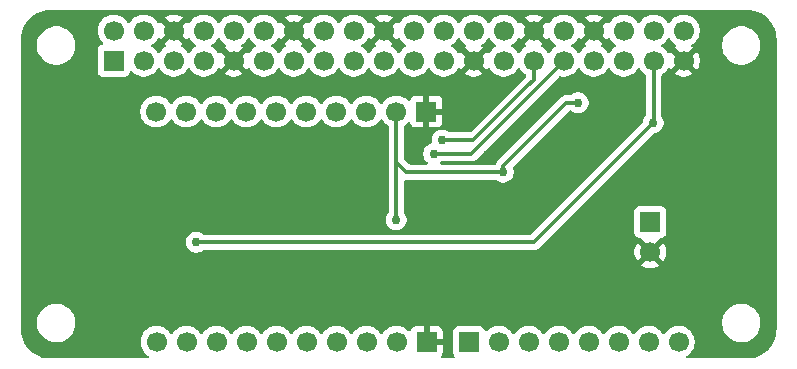
<source format=gbl>
%TF.GenerationSoftware,KiCad,Pcbnew,9.0.2-9.0.2-0~ubuntu24.04.1*%
%TF.CreationDate,2025-07-08T16:58:14-04:00*%
%TF.ProjectId,GPIO_ADC_uHAT,4750494f-5f41-4444-935f-754841542e6b,rev?*%
%TF.SameCoordinates,Original*%
%TF.FileFunction,Copper,L2,Bot*%
%TF.FilePolarity,Positive*%
%FSLAX46Y46*%
G04 Gerber Fmt 4.6, Leading zero omitted, Abs format (unit mm)*
G04 Created by KiCad (PCBNEW 9.0.2-9.0.2-0~ubuntu24.04.1) date 2025-07-08 16:58:14*
%MOMM*%
%LPD*%
G01*
G04 APERTURE LIST*
%TA.AperFunction,ComponentPad*%
%ADD10R,1.700000X1.700000*%
%TD*%
%TA.AperFunction,ComponentPad*%
%ADD11C,1.700000*%
%TD*%
%TA.AperFunction,ViaPad*%
%ADD12C,0.762000*%
%TD*%
%TA.AperFunction,Conductor*%
%ADD13C,0.304800*%
%TD*%
G04 APERTURE END LIST*
D10*
%TO.P,J3,1,Pin_1*%
%TO.N,GND*%
X151860000Y-87550000D03*
D11*
%TO.P,J3,2,Pin_2*%
%TO.N,+3V3*%
X149320000Y-87550000D03*
%TO.P,J3,3,Pin_3*%
%TO.N,/GPA7*%
X146780000Y-87550000D03*
%TO.P,J3,4,Pin_4*%
%TO.N,/GPA6*%
X144240000Y-87550000D03*
%TO.P,J3,5,Pin_5*%
%TO.N,/GPA5*%
X141700000Y-87550000D03*
%TO.P,J3,6,Pin_6*%
%TO.N,/GPA4*%
X139160000Y-87550000D03*
%TO.P,J3,7,Pin_7*%
%TO.N,/GPA3*%
X136620000Y-87550000D03*
%TO.P,J3,8,Pin_8*%
%TO.N,/GPA2*%
X134080000Y-87550000D03*
%TO.P,J3,9,Pin_9*%
%TO.N,/GPA1*%
X131540000Y-87550000D03*
%TO.P,J3,10,Pin_10*%
%TO.N,/GPA0*%
X129000000Y-87550000D03*
%TD*%
D10*
%TO.P,J1,1,+3V3*%
%TO.N,+3V3*%
X125370000Y-63740000D03*
D11*
%TO.P,J1,2,+5V*%
%TO.N,+5V*%
X125370000Y-61200000D03*
%TO.P,J1,3,GPIO2*%
%TO.N,SDA*%
X127910000Y-63740000D03*
%TO.P,J1,4,+5V*%
%TO.N,+5V*%
X127910000Y-61200000D03*
%TO.P,J1,5,GPIO3*%
%TO.N,SCL*%
X130450000Y-63740000D03*
%TO.P,J1,6,GND*%
%TO.N,GND*%
X130450000Y-61200000D03*
%TO.P,J1,7,GPIO4*%
%TO.N,unconnected-(J1-GPIO4-Pad7)*%
X132990000Y-63740000D03*
%TO.P,J1,8,GPIO14*%
%TO.N,unconnected-(J1-GPIO14-Pad8)*%
X132990000Y-61200000D03*
%TO.P,J1,9,GND*%
%TO.N,GND*%
X135530000Y-63740000D03*
%TO.P,J1,10,GPIO15*%
%TO.N,unconnected-(J1-GPIO15-Pad10)*%
X135530000Y-61200000D03*
%TO.P,J1,11,GPIO17*%
%TO.N,unconnected-(J1-GPIO17-Pad11)*%
X138070000Y-63740000D03*
%TO.P,J1,12,GPIO18*%
%TO.N,unconnected-(J1-GPIO18-Pad12)*%
X138070000Y-61200000D03*
%TO.P,J1,13,GPIO27*%
%TO.N,unconnected-(J1-GPIO27-Pad13)*%
X140610000Y-63740000D03*
%TO.P,J1,14,GND*%
%TO.N,GND*%
X140610000Y-61200000D03*
%TO.P,J1,15,GPIO22*%
%TO.N,unconnected-(J1-GPIO22-Pad15)*%
X143150000Y-63740000D03*
%TO.P,J1,16,GPIO23*%
%TO.N,unconnected-(J1-GPIO23-Pad16)*%
X143150000Y-61200000D03*
%TO.P,J1,17,+3V3*%
%TO.N,+3V3*%
X145690000Y-63740000D03*
%TO.P,J1,18,GPIO24*%
%TO.N,unconnected-(J1-GPIO24-Pad18)*%
X145690000Y-61200000D03*
%TO.P,J1,19,GPIO10*%
%TO.N,MOSI*%
X148230000Y-63740000D03*
%TO.P,J1,20,GND*%
%TO.N,GND*%
X148230000Y-61200000D03*
%TO.P,J1,21,GPIO9*%
%TO.N,MISO*%
X150770000Y-63740000D03*
%TO.P,J1,22,GPIO25*%
%TO.N,unconnected-(J1-GPIO25-Pad22)*%
X150770000Y-61200000D03*
%TO.P,J1,23,GPIO11*%
%TO.N,SCLK*%
X153310000Y-63740000D03*
%TO.P,J1,24,GPIO8*%
%TO.N,CE0*%
X153310000Y-61200000D03*
%TO.P,J1,25,GND*%
%TO.N,GND*%
X155850000Y-63740000D03*
%TO.P,J1,26,GPIO7*%
%TO.N,unconnected-(J1-GPIO7-Pad26)*%
X155850000Y-61200000D03*
%TO.P,J1,27,GPIO0*%
%TO.N,ID_SDA*%
X158390000Y-63740000D03*
%TO.P,J1,28,GPIO1*%
%TO.N,ID_SCL*%
X158390000Y-61200000D03*
%TO.P,J1,29,GPIO5*%
%TO.N,INTB*%
X160930000Y-63740000D03*
%TO.P,J1,30,GND*%
%TO.N,GND*%
X160930000Y-61200000D03*
%TO.P,J1,31,GPIO6*%
%TO.N,INTA*%
X163470000Y-63740000D03*
%TO.P,J1,32,GPIO12*%
%TO.N,unconnected-(J1-GPIO12-Pad32)*%
X163470000Y-61200000D03*
%TO.P,J1,33,GPIO13*%
%TO.N,unconnected-(J1-GPIO13-Pad33)*%
X166010000Y-63740000D03*
%TO.P,J1,34,GND*%
%TO.N,GND*%
X166010000Y-61200000D03*
%TO.P,J1,35,GPIO19*%
%TO.N,unconnected-(J1-GPIO19-Pad35)*%
X168550000Y-63740000D03*
%TO.P,J1,36,GPIO16*%
%TO.N,unconnected-(J1-GPIO16-Pad36)*%
X168550000Y-61200000D03*
%TO.P,J1,37,GPIO26*%
%TO.N,~{RST_23017}*%
X171090000Y-63740000D03*
%TO.P,J1,38,GPIO20*%
%TO.N,unconnected-(J1-GPIO20-Pad38)*%
X171090000Y-61200000D03*
%TO.P,J1,39,GND*%
%TO.N,GND*%
X173630000Y-63740000D03*
%TO.P,J1,40,GPIO21*%
%TO.N,unconnected-(J1-GPIO21-Pad40)*%
X173630000Y-61200000D03*
%TD*%
D10*
%TO.P,J2,1,Pin_1*%
%TO.N,GND*%
X151830000Y-68050000D03*
D11*
%TO.P,J2,2,Pin_2*%
%TO.N,+3V3*%
X149290000Y-68050000D03*
%TO.P,J2,3,Pin_3*%
%TO.N,/GPB0*%
X146750000Y-68050000D03*
%TO.P,J2,4,Pin_4*%
%TO.N,/GPB1*%
X144210000Y-68050000D03*
%TO.P,J2,5,Pin_5*%
%TO.N,/GPB2*%
X141670000Y-68050000D03*
%TO.P,J2,6,Pin_6*%
%TO.N,/GPB3*%
X139130000Y-68050000D03*
%TO.P,J2,7,Pin_7*%
%TO.N,/GPB4*%
X136590000Y-68050000D03*
%TO.P,J2,8,Pin_8*%
%TO.N,/GPB5*%
X134050000Y-68050000D03*
%TO.P,J2,9,Pin_9*%
%TO.N,/GPB6*%
X131510000Y-68050000D03*
%TO.P,J2,10,Pin_10*%
%TO.N,/GPB7*%
X128970000Y-68050000D03*
%TD*%
D10*
%TO.P,J4,1,Pin_1*%
%TO.N,/CH0*%
X155430000Y-87550000D03*
D11*
%TO.P,J4,2,Pin_2*%
%TO.N,/CH1*%
X157970000Y-87550000D03*
%TO.P,J4,3,Pin_3*%
%TO.N,/CH2*%
X160510000Y-87550000D03*
%TO.P,J4,4,Pin_4*%
%TO.N,/CH3*%
X163050000Y-87550000D03*
%TO.P,J4,5,Pin_5*%
%TO.N,/CH4*%
X165590000Y-87550000D03*
%TO.P,J4,6,Pin_6*%
%TO.N,/CH5*%
X168130000Y-87550000D03*
%TO.P,J4,7,Pin_7*%
%TO.N,/CH6*%
X170670000Y-87550000D03*
%TO.P,J4,8,Pin_8*%
%TO.N,/CH7*%
X173210000Y-87550000D03*
%TD*%
D10*
%TO.P,J5,1,Pin_1*%
%TO.N,Net-(J5-Pin_1)*%
X170800000Y-77400000D03*
D11*
%TO.P,J5,2,Pin_2*%
%TO.N,GND*%
X170800000Y-79940000D03*
%TD*%
D12*
%TO.N,GND*%
X151000000Y-82250000D03*
X120500000Y-88250000D03*
X167250000Y-69500000D03*
X172750000Y-71250000D03*
X164750000Y-69500000D03*
X165000000Y-65750000D03*
X126000000Y-86500000D03*
X137000000Y-65750000D03*
X153750000Y-84500000D03*
X152750000Y-75000000D03*
X180750000Y-87000000D03*
X125250000Y-80000000D03*
X129250000Y-80000000D03*
X122750000Y-62500000D03*
X147500000Y-83250000D03*
X158500000Y-71000000D03*
X173250000Y-75250000D03*
X122500000Y-88250000D03*
X139000000Y-76500000D03*
X146000000Y-83250000D03*
X124250000Y-82500000D03*
X126000000Y-88250000D03*
X164250000Y-78250000D03*
X174750000Y-65500000D03*
X174750000Y-84000000D03*
X164750000Y-71750000D03*
X151000000Y-83750000D03*
X122500000Y-61000000D03*
X118250000Y-86000000D03*
X166500000Y-78250000D03*
X152750000Y-76750000D03*
X118000000Y-65000000D03*
X118500000Y-87500000D03*
X137250000Y-77500000D03*
X146000000Y-81000000D03*
X140750000Y-77500000D03*
X168500000Y-78250000D03*
X180750000Y-84750000D03*
X124250000Y-84500000D03*
X139500000Y-65750000D03*
X135750000Y-76500000D03*
X142750000Y-76500000D03*
X178750000Y-60000000D03*
X152750000Y-82250000D03*
X172500000Y-65750000D03*
X180750000Y-80000000D03*
X151000000Y-76750000D03*
X170250000Y-71750000D03*
X179000000Y-88250000D03*
X118250000Y-82750000D03*
X151000000Y-80500000D03*
X180750000Y-82250000D03*
X166000000Y-70750000D03*
X179750000Y-64750000D03*
X180750000Y-62250000D03*
X180750000Y-75250000D03*
X173500000Y-81000000D03*
X118250000Y-62500000D03*
X124250000Y-86500000D03*
X166500000Y-65750000D03*
X121000000Y-82750000D03*
X179000000Y-78500000D03*
X126000000Y-82500000D03*
X152750000Y-80500000D03*
X172000000Y-82750000D03*
X151000000Y-75000000D03*
X156000000Y-68000000D03*
X124250000Y-88250000D03*
X180750000Y-77250000D03*
X157000000Y-71750000D03*
X126000000Y-84500000D03*
X128500000Y-77000000D03*
X166500000Y-76000000D03*
X130250000Y-76500000D03*
X142500000Y-65750000D03*
X118250000Y-84250000D03*
X147500000Y-77250000D03*
X176750000Y-88250000D03*
X147500000Y-81000000D03*
X160000000Y-72750000D03*
X181000000Y-66000000D03*
X119750000Y-60000000D03*
X162250000Y-66750000D03*
X134250000Y-65750000D03*
%TO.N,+3V3*%
X164700000Y-67300000D03*
X149290000Y-77200000D03*
X158360000Y-73190000D03*
%TO.N,INTA*%
X152450000Y-71620000D03*
%TO.N,INTB*%
X153160000Y-70460000D03*
%TO.N,~{RST_23017}*%
X132350000Y-79120000D03*
X171050000Y-69000000D03*
%TD*%
D13*
%TO.N,GND*%
X156000000Y-68000000D02*
X155950000Y-68050000D01*
X155950000Y-68050000D02*
X151830000Y-68050000D01*
%TO.N,+3V3*%
X149290000Y-68050000D02*
X149290000Y-72350000D01*
X163700000Y-67300000D02*
X164700000Y-67300000D01*
X149290000Y-72350000D02*
X149290000Y-77200000D01*
X149790000Y-72850000D02*
X150130000Y-73190000D01*
X158360000Y-73190000D02*
X158360000Y-72640000D01*
X150130000Y-73190000D02*
X158360000Y-73190000D01*
X158360000Y-72640000D02*
X163700000Y-67300000D01*
X149290000Y-72350000D02*
X149790000Y-72850000D01*
%TO.N,INTA*%
X155590000Y-71620000D02*
X152450000Y-71620000D01*
X163470000Y-63740000D02*
X155590000Y-71620000D01*
%TO.N,INTB*%
X160400000Y-65870000D02*
X155810000Y-70460000D01*
X155810000Y-70460000D02*
X153160000Y-70460000D01*
X160930000Y-65340000D02*
X160400000Y-65870000D01*
X160930000Y-63740000D02*
X160930000Y-65340000D01*
%TO.N,~{RST_23017}*%
X171050000Y-68750000D02*
X171090000Y-68710000D01*
X160930000Y-79120000D02*
X132350000Y-79120000D01*
X171090000Y-68710000D02*
X171090000Y-63740000D01*
X171050000Y-69000000D02*
X171050000Y-68750000D01*
X171050000Y-69000000D02*
X160930000Y-79120000D01*
%TD*%
%TA.AperFunction,Conductor*%
%TO.N,GND*%
G36*
X134331444Y-61853999D02*
G01*
X134370486Y-61899056D01*
X134374951Y-61907820D01*
X134499890Y-62079786D01*
X134650213Y-62230109D01*
X134822179Y-62355048D01*
X134822181Y-62355049D01*
X134822184Y-62355051D01*
X134831493Y-62359794D01*
X134882290Y-62407766D01*
X134899087Y-62475587D01*
X134876552Y-62541722D01*
X134831505Y-62580760D01*
X134822446Y-62585376D01*
X134822440Y-62585380D01*
X134768282Y-62624727D01*
X134768282Y-62624728D01*
X135400591Y-63257037D01*
X135337007Y-63274075D01*
X135222993Y-63339901D01*
X135129901Y-63432993D01*
X135064075Y-63547007D01*
X135047037Y-63610591D01*
X134414728Y-62978282D01*
X134414727Y-62978282D01*
X134375380Y-63032440D01*
X134375376Y-63032446D01*
X134370760Y-63041505D01*
X134322781Y-63092297D01*
X134254959Y-63109087D01*
X134188826Y-63086543D01*
X134149794Y-63041493D01*
X134145051Y-63032184D01*
X134145049Y-63032181D01*
X134145048Y-63032179D01*
X134020109Y-62860213D01*
X133869786Y-62709890D01*
X133697820Y-62584951D01*
X133689600Y-62580763D01*
X133689054Y-62580485D01*
X133638259Y-62532512D01*
X133621463Y-62464692D01*
X133643999Y-62398556D01*
X133689054Y-62359515D01*
X133697816Y-62355051D01*
X133787554Y-62289853D01*
X133869786Y-62230109D01*
X133869788Y-62230106D01*
X133869792Y-62230104D01*
X134020104Y-62079792D01*
X134020106Y-62079788D01*
X134020109Y-62079786D01*
X134145048Y-61907820D01*
X134145047Y-61907820D01*
X134145051Y-61907816D01*
X134149514Y-61899054D01*
X134197488Y-61848259D01*
X134265308Y-61831463D01*
X134331444Y-61853999D01*
G37*
%TD.AperFunction*%
%TA.AperFunction,Conductor*%
G36*
X154651444Y-61853999D02*
G01*
X154690486Y-61899056D01*
X154694951Y-61907820D01*
X154819890Y-62079786D01*
X154970213Y-62230109D01*
X155142179Y-62355048D01*
X155142181Y-62355049D01*
X155142184Y-62355051D01*
X155151493Y-62359794D01*
X155202290Y-62407766D01*
X155219087Y-62475587D01*
X155196552Y-62541722D01*
X155151505Y-62580760D01*
X155142446Y-62585376D01*
X155142440Y-62585380D01*
X155088282Y-62624727D01*
X155088282Y-62624728D01*
X155720591Y-63257037D01*
X155657007Y-63274075D01*
X155542993Y-63339901D01*
X155449901Y-63432993D01*
X155384075Y-63547007D01*
X155367037Y-63610591D01*
X154734728Y-62978282D01*
X154734727Y-62978282D01*
X154695380Y-63032440D01*
X154695376Y-63032446D01*
X154690760Y-63041505D01*
X154642781Y-63092297D01*
X154574959Y-63109087D01*
X154508826Y-63086543D01*
X154469794Y-63041493D01*
X154465051Y-63032184D01*
X154465049Y-63032181D01*
X154465048Y-63032179D01*
X154340109Y-62860213D01*
X154189786Y-62709890D01*
X154017820Y-62584951D01*
X154009600Y-62580763D01*
X154009054Y-62580485D01*
X153958259Y-62532512D01*
X153941463Y-62464692D01*
X153963999Y-62398556D01*
X154009054Y-62359515D01*
X154017816Y-62355051D01*
X154107554Y-62289853D01*
X154189786Y-62230109D01*
X154189788Y-62230106D01*
X154189792Y-62230104D01*
X154340104Y-62079792D01*
X154340106Y-62079788D01*
X154340109Y-62079786D01*
X154465048Y-61907820D01*
X154465047Y-61907820D01*
X154465051Y-61907816D01*
X154469514Y-61899054D01*
X154517488Y-61848259D01*
X154585308Y-61831463D01*
X154651444Y-61853999D01*
G37*
%TD.AperFunction*%
%TA.AperFunction,Conductor*%
G36*
X172431444Y-61853999D02*
G01*
X172470486Y-61899056D01*
X172474951Y-61907820D01*
X172599890Y-62079786D01*
X172750213Y-62230109D01*
X172922179Y-62355048D01*
X172922181Y-62355049D01*
X172922184Y-62355051D01*
X172931493Y-62359794D01*
X172982290Y-62407766D01*
X172999087Y-62475587D01*
X172976552Y-62541722D01*
X172931505Y-62580760D01*
X172922446Y-62585376D01*
X172922440Y-62585380D01*
X172868282Y-62624727D01*
X172868282Y-62624728D01*
X173500591Y-63257037D01*
X173437007Y-63274075D01*
X173322993Y-63339901D01*
X173229901Y-63432993D01*
X173164075Y-63547007D01*
X173147037Y-63610591D01*
X172514728Y-62978282D01*
X172514727Y-62978282D01*
X172475380Y-63032440D01*
X172475376Y-63032446D01*
X172470760Y-63041505D01*
X172422781Y-63092297D01*
X172354959Y-63109087D01*
X172288826Y-63086543D01*
X172249794Y-63041493D01*
X172245051Y-63032184D01*
X172245049Y-63032181D01*
X172245048Y-63032179D01*
X172120109Y-62860213D01*
X171969786Y-62709890D01*
X171797820Y-62584951D01*
X171789600Y-62580763D01*
X171789054Y-62580485D01*
X171738259Y-62532512D01*
X171721463Y-62464692D01*
X171743999Y-62398556D01*
X171789054Y-62359515D01*
X171797816Y-62355051D01*
X171887554Y-62289853D01*
X171969786Y-62230109D01*
X171969788Y-62230106D01*
X171969792Y-62230104D01*
X172120104Y-62079792D01*
X172120106Y-62079788D01*
X172120109Y-62079786D01*
X172245048Y-61907820D01*
X172245047Y-61907820D01*
X172245051Y-61907816D01*
X172249514Y-61899054D01*
X172297488Y-61848259D01*
X172365308Y-61831463D01*
X172431444Y-61853999D01*
G37*
%TD.AperFunction*%
%TA.AperFunction,Conductor*%
G36*
X136871444Y-61853999D02*
G01*
X136910486Y-61899056D01*
X136914951Y-61907820D01*
X137039890Y-62079786D01*
X137190213Y-62230109D01*
X137362182Y-62355050D01*
X137370946Y-62359516D01*
X137421742Y-62407491D01*
X137438536Y-62475312D01*
X137415998Y-62541447D01*
X137370946Y-62580484D01*
X137362182Y-62584949D01*
X137190213Y-62709890D01*
X137039890Y-62860213D01*
X136914949Y-63032182D01*
X136910202Y-63041499D01*
X136862227Y-63092293D01*
X136794405Y-63109087D01*
X136728271Y-63086548D01*
X136689234Y-63041495D01*
X136684626Y-63032452D01*
X136645270Y-62978282D01*
X136645269Y-62978282D01*
X136012962Y-63610590D01*
X135995925Y-63547007D01*
X135930099Y-63432993D01*
X135837007Y-63339901D01*
X135722993Y-63274075D01*
X135659409Y-63257037D01*
X136291716Y-62624728D01*
X136237547Y-62585373D01*
X136237547Y-62585372D01*
X136228500Y-62580763D01*
X136177706Y-62532788D01*
X136160912Y-62464966D01*
X136183451Y-62398832D01*
X136228508Y-62359793D01*
X136237816Y-62355051D01*
X136327554Y-62289853D01*
X136409786Y-62230109D01*
X136409788Y-62230106D01*
X136409792Y-62230104D01*
X136560104Y-62079792D01*
X136560106Y-62079788D01*
X136560109Y-62079786D01*
X136685048Y-61907820D01*
X136685047Y-61907820D01*
X136685051Y-61907816D01*
X136689514Y-61899054D01*
X136737488Y-61848259D01*
X136805308Y-61831463D01*
X136871444Y-61853999D01*
G37*
%TD.AperFunction*%
%TA.AperFunction,Conductor*%
G36*
X157191444Y-61853999D02*
G01*
X157230486Y-61899056D01*
X157234951Y-61907820D01*
X157359890Y-62079786D01*
X157510213Y-62230109D01*
X157682182Y-62355050D01*
X157690946Y-62359516D01*
X157741742Y-62407491D01*
X157758536Y-62475312D01*
X157735998Y-62541447D01*
X157690946Y-62580484D01*
X157682182Y-62584949D01*
X157510213Y-62709890D01*
X157359890Y-62860213D01*
X157234949Y-63032182D01*
X157230202Y-63041499D01*
X157182227Y-63092293D01*
X157114405Y-63109087D01*
X157048271Y-63086548D01*
X157009234Y-63041495D01*
X157004626Y-63032452D01*
X156965270Y-62978282D01*
X156332962Y-63610590D01*
X156315925Y-63547007D01*
X156250099Y-63432993D01*
X156157007Y-63339901D01*
X156042993Y-63274075D01*
X155979409Y-63257037D01*
X156611716Y-62624728D01*
X156557547Y-62585373D01*
X156557547Y-62585372D01*
X156548500Y-62580763D01*
X156497706Y-62532788D01*
X156480912Y-62464966D01*
X156503451Y-62398832D01*
X156548508Y-62359793D01*
X156557816Y-62355051D01*
X156647554Y-62289853D01*
X156729786Y-62230109D01*
X156729788Y-62230106D01*
X156729792Y-62230104D01*
X156880104Y-62079792D01*
X156880106Y-62079788D01*
X156880109Y-62079786D01*
X157005048Y-61907820D01*
X157005047Y-61907820D01*
X157005051Y-61907816D01*
X157009514Y-61899054D01*
X157057488Y-61848259D01*
X157125308Y-61831463D01*
X157191444Y-61853999D01*
G37*
%TD.AperFunction*%
%TA.AperFunction,Conductor*%
G36*
X129984075Y-61392993D02*
G01*
X130049901Y-61507007D01*
X130142993Y-61600099D01*
X130257007Y-61665925D01*
X130320590Y-61682962D01*
X129688282Y-62315269D01*
X129688282Y-62315270D01*
X129742452Y-62354626D01*
X129742451Y-62354626D01*
X129751495Y-62359234D01*
X129802292Y-62407208D01*
X129819087Y-62475029D01*
X129796550Y-62541164D01*
X129751499Y-62580202D01*
X129742182Y-62584949D01*
X129570213Y-62709890D01*
X129419890Y-62860213D01*
X129294949Y-63032182D01*
X129290484Y-63040946D01*
X129242509Y-63091742D01*
X129174688Y-63108536D01*
X129108553Y-63085998D01*
X129069516Y-63040946D01*
X129065050Y-63032182D01*
X128940109Y-62860213D01*
X128789786Y-62709890D01*
X128617820Y-62584951D01*
X128609600Y-62580763D01*
X128609054Y-62580485D01*
X128558259Y-62532512D01*
X128541463Y-62464692D01*
X128563999Y-62398556D01*
X128609054Y-62359515D01*
X128617816Y-62355051D01*
X128707554Y-62289853D01*
X128789786Y-62230109D01*
X128789788Y-62230106D01*
X128789792Y-62230104D01*
X128940104Y-62079792D01*
X128940106Y-62079788D01*
X128940109Y-62079786D01*
X129025890Y-61961717D01*
X129065051Y-61907816D01*
X129069793Y-61898508D01*
X129117763Y-61847711D01*
X129185583Y-61830911D01*
X129251719Y-61853445D01*
X129290763Y-61898500D01*
X129295373Y-61907547D01*
X129334728Y-61961716D01*
X129967037Y-61329408D01*
X129984075Y-61392993D01*
G37*
%TD.AperFunction*%
%TA.AperFunction,Conductor*%
G36*
X131565270Y-61961717D02*
G01*
X131565270Y-61961716D01*
X131604622Y-61907555D01*
X131609232Y-61898507D01*
X131657205Y-61847709D01*
X131725025Y-61830912D01*
X131791161Y-61853447D01*
X131830204Y-61898504D01*
X131834949Y-61907817D01*
X131959890Y-62079786D01*
X132110213Y-62230109D01*
X132282182Y-62355050D01*
X132290946Y-62359516D01*
X132341742Y-62407491D01*
X132358536Y-62475312D01*
X132335998Y-62541447D01*
X132290946Y-62580484D01*
X132282182Y-62584949D01*
X132110213Y-62709890D01*
X131959890Y-62860213D01*
X131834949Y-63032182D01*
X131830484Y-63040946D01*
X131782509Y-63091742D01*
X131714688Y-63108536D01*
X131648553Y-63085998D01*
X131609516Y-63040946D01*
X131605050Y-63032182D01*
X131480109Y-62860213D01*
X131329786Y-62709890D01*
X131157817Y-62584949D01*
X131148504Y-62580204D01*
X131097707Y-62532230D01*
X131080912Y-62464409D01*
X131103449Y-62398274D01*
X131148507Y-62359232D01*
X131157555Y-62354622D01*
X131211716Y-62315270D01*
X131211717Y-62315270D01*
X130579408Y-61682962D01*
X130642993Y-61665925D01*
X130757007Y-61600099D01*
X130850099Y-61507007D01*
X130915925Y-61392993D01*
X130932962Y-61329408D01*
X131565270Y-61961717D01*
G37*
%TD.AperFunction*%
%TA.AperFunction,Conductor*%
G36*
X140144075Y-61392993D02*
G01*
X140209901Y-61507007D01*
X140302993Y-61600099D01*
X140417007Y-61665925D01*
X140480590Y-61682962D01*
X139848282Y-62315269D01*
X139848282Y-62315270D01*
X139902452Y-62354626D01*
X139902451Y-62354626D01*
X139911495Y-62359234D01*
X139962292Y-62407208D01*
X139979087Y-62475029D01*
X139956550Y-62541164D01*
X139911499Y-62580202D01*
X139902182Y-62584949D01*
X139730213Y-62709890D01*
X139579890Y-62860213D01*
X139454949Y-63032182D01*
X139450484Y-63040946D01*
X139402509Y-63091742D01*
X139334688Y-63108536D01*
X139268553Y-63085998D01*
X139229516Y-63040946D01*
X139225050Y-63032182D01*
X139100109Y-62860213D01*
X138949786Y-62709890D01*
X138777820Y-62584951D01*
X138769600Y-62580763D01*
X138769054Y-62580485D01*
X138718259Y-62532512D01*
X138701463Y-62464692D01*
X138723999Y-62398556D01*
X138769054Y-62359515D01*
X138777816Y-62355051D01*
X138867554Y-62289853D01*
X138949786Y-62230109D01*
X138949788Y-62230106D01*
X138949792Y-62230104D01*
X139100104Y-62079792D01*
X139100106Y-62079788D01*
X139100109Y-62079786D01*
X139185890Y-61961717D01*
X139225051Y-61907816D01*
X139229793Y-61898508D01*
X139277763Y-61847711D01*
X139345583Y-61830911D01*
X139411719Y-61853445D01*
X139450763Y-61898500D01*
X139455373Y-61907547D01*
X139494728Y-61961716D01*
X140127037Y-61329408D01*
X140144075Y-61392993D01*
G37*
%TD.AperFunction*%
%TA.AperFunction,Conductor*%
G36*
X141725270Y-61961717D02*
G01*
X141725270Y-61961716D01*
X141764622Y-61907555D01*
X141769232Y-61898507D01*
X141817205Y-61847709D01*
X141885025Y-61830912D01*
X141951161Y-61853447D01*
X141990204Y-61898504D01*
X141994949Y-61907817D01*
X142119890Y-62079786D01*
X142270213Y-62230109D01*
X142442182Y-62355050D01*
X142450946Y-62359516D01*
X142501742Y-62407491D01*
X142518536Y-62475312D01*
X142495998Y-62541447D01*
X142450946Y-62580484D01*
X142442182Y-62584949D01*
X142270213Y-62709890D01*
X142119890Y-62860213D01*
X141994949Y-63032182D01*
X141990484Y-63040946D01*
X141942509Y-63091742D01*
X141874688Y-63108536D01*
X141808553Y-63085998D01*
X141769516Y-63040946D01*
X141765050Y-63032182D01*
X141640109Y-62860213D01*
X141489786Y-62709890D01*
X141317817Y-62584949D01*
X141308504Y-62580204D01*
X141257707Y-62532230D01*
X141240912Y-62464409D01*
X141263449Y-62398274D01*
X141308507Y-62359232D01*
X141317555Y-62354622D01*
X141371716Y-62315270D01*
X141371717Y-62315270D01*
X140739408Y-61682962D01*
X140802993Y-61665925D01*
X140917007Y-61600099D01*
X141010099Y-61507007D01*
X141075925Y-61392993D01*
X141092962Y-61329408D01*
X141725270Y-61961717D01*
G37*
%TD.AperFunction*%
%TA.AperFunction,Conductor*%
G36*
X147764075Y-61392993D02*
G01*
X147829901Y-61507007D01*
X147922993Y-61600099D01*
X148037007Y-61665925D01*
X148100590Y-61682962D01*
X147468282Y-62315269D01*
X147468282Y-62315270D01*
X147522452Y-62354626D01*
X147522451Y-62354626D01*
X147531495Y-62359234D01*
X147582292Y-62407208D01*
X147599087Y-62475029D01*
X147576550Y-62541164D01*
X147531499Y-62580202D01*
X147522182Y-62584949D01*
X147350213Y-62709890D01*
X147199890Y-62860213D01*
X147074949Y-63032182D01*
X147070484Y-63040946D01*
X147022509Y-63091742D01*
X146954688Y-63108536D01*
X146888553Y-63085998D01*
X146849516Y-63040946D01*
X146845050Y-63032182D01*
X146720109Y-62860213D01*
X146569786Y-62709890D01*
X146397820Y-62584951D01*
X146389600Y-62580763D01*
X146389054Y-62580485D01*
X146338259Y-62532512D01*
X146321463Y-62464692D01*
X146343999Y-62398556D01*
X146389054Y-62359515D01*
X146397816Y-62355051D01*
X146487554Y-62289853D01*
X146569786Y-62230109D01*
X146569788Y-62230106D01*
X146569792Y-62230104D01*
X146720104Y-62079792D01*
X146720106Y-62079788D01*
X146720109Y-62079786D01*
X146805890Y-61961717D01*
X146845051Y-61907816D01*
X146849793Y-61898508D01*
X146897763Y-61847711D01*
X146965583Y-61830911D01*
X147031719Y-61853445D01*
X147070763Y-61898500D01*
X147075373Y-61907547D01*
X147114728Y-61961716D01*
X147747037Y-61329408D01*
X147764075Y-61392993D01*
G37*
%TD.AperFunction*%
%TA.AperFunction,Conductor*%
G36*
X149345270Y-61961717D02*
G01*
X149345270Y-61961716D01*
X149384622Y-61907555D01*
X149389232Y-61898507D01*
X149437205Y-61847709D01*
X149505025Y-61830912D01*
X149571161Y-61853447D01*
X149610204Y-61898504D01*
X149614949Y-61907817D01*
X149739890Y-62079786D01*
X149890213Y-62230109D01*
X150062182Y-62355050D01*
X150070946Y-62359516D01*
X150121742Y-62407491D01*
X150138536Y-62475312D01*
X150115998Y-62541447D01*
X150070946Y-62580484D01*
X150062182Y-62584949D01*
X149890213Y-62709890D01*
X149739890Y-62860213D01*
X149614949Y-63032182D01*
X149610484Y-63040946D01*
X149562509Y-63091742D01*
X149494688Y-63108536D01*
X149428553Y-63085998D01*
X149389516Y-63040946D01*
X149385050Y-63032182D01*
X149260109Y-62860213D01*
X149109786Y-62709890D01*
X148937817Y-62584949D01*
X148928504Y-62580204D01*
X148877707Y-62532230D01*
X148860912Y-62464409D01*
X148883449Y-62398274D01*
X148928507Y-62359232D01*
X148937555Y-62354622D01*
X148991716Y-62315270D01*
X148991717Y-62315270D01*
X148359408Y-61682962D01*
X148422993Y-61665925D01*
X148537007Y-61600099D01*
X148630099Y-61507007D01*
X148695925Y-61392993D01*
X148712962Y-61329408D01*
X149345270Y-61961717D01*
G37*
%TD.AperFunction*%
%TA.AperFunction,Conductor*%
G36*
X160464075Y-61392993D02*
G01*
X160529901Y-61507007D01*
X160622993Y-61600099D01*
X160737007Y-61665925D01*
X160800590Y-61682962D01*
X160168282Y-62315269D01*
X160168282Y-62315270D01*
X160222452Y-62354626D01*
X160222451Y-62354626D01*
X160231495Y-62359234D01*
X160282292Y-62407208D01*
X160299087Y-62475029D01*
X160276550Y-62541164D01*
X160231499Y-62580202D01*
X160222182Y-62584949D01*
X160050213Y-62709890D01*
X159899890Y-62860213D01*
X159774949Y-63032182D01*
X159770484Y-63040946D01*
X159722509Y-63091742D01*
X159654688Y-63108536D01*
X159588553Y-63085998D01*
X159549516Y-63040946D01*
X159545050Y-63032182D01*
X159420109Y-62860213D01*
X159269786Y-62709890D01*
X159097820Y-62584951D01*
X159089600Y-62580763D01*
X159089054Y-62580485D01*
X159038259Y-62532512D01*
X159021463Y-62464692D01*
X159043999Y-62398556D01*
X159089054Y-62359515D01*
X159097816Y-62355051D01*
X159187554Y-62289853D01*
X159269786Y-62230109D01*
X159269788Y-62230106D01*
X159269792Y-62230104D01*
X159420104Y-62079792D01*
X159420106Y-62079788D01*
X159420109Y-62079786D01*
X159505890Y-61961717D01*
X159545051Y-61907816D01*
X159549793Y-61898508D01*
X159597763Y-61847711D01*
X159665583Y-61830911D01*
X159731719Y-61853445D01*
X159770763Y-61898500D01*
X159775373Y-61907547D01*
X159814728Y-61961716D01*
X160447037Y-61329408D01*
X160464075Y-61392993D01*
G37*
%TD.AperFunction*%
%TA.AperFunction,Conductor*%
G36*
X162045270Y-61961717D02*
G01*
X162045270Y-61961716D01*
X162084622Y-61907555D01*
X162089232Y-61898507D01*
X162137205Y-61847709D01*
X162205025Y-61830912D01*
X162271161Y-61853447D01*
X162310204Y-61898504D01*
X162314949Y-61907817D01*
X162439890Y-62079786D01*
X162590213Y-62230109D01*
X162762182Y-62355050D01*
X162770946Y-62359516D01*
X162821742Y-62407491D01*
X162838536Y-62475312D01*
X162815998Y-62541447D01*
X162770946Y-62580484D01*
X162762182Y-62584949D01*
X162590213Y-62709890D01*
X162439890Y-62860213D01*
X162314949Y-63032182D01*
X162310484Y-63040946D01*
X162262509Y-63091742D01*
X162194688Y-63108536D01*
X162128553Y-63085998D01*
X162089516Y-63040946D01*
X162085050Y-63032182D01*
X161960109Y-62860213D01*
X161809786Y-62709890D01*
X161637817Y-62584949D01*
X161628504Y-62580204D01*
X161577707Y-62532230D01*
X161560912Y-62464409D01*
X161583449Y-62398274D01*
X161628507Y-62359232D01*
X161637555Y-62354622D01*
X161691716Y-62315270D01*
X161691717Y-62315270D01*
X161059408Y-61682962D01*
X161122993Y-61665925D01*
X161237007Y-61600099D01*
X161330099Y-61507007D01*
X161395925Y-61392993D01*
X161412962Y-61329408D01*
X162045270Y-61961717D01*
G37*
%TD.AperFunction*%
%TA.AperFunction,Conductor*%
G36*
X165544075Y-61392993D02*
G01*
X165609901Y-61507007D01*
X165702993Y-61600099D01*
X165817007Y-61665925D01*
X165880590Y-61682962D01*
X165248282Y-62315269D01*
X165248282Y-62315270D01*
X165302452Y-62354626D01*
X165302451Y-62354626D01*
X165311495Y-62359234D01*
X165362292Y-62407208D01*
X165379087Y-62475029D01*
X165356550Y-62541164D01*
X165311499Y-62580202D01*
X165302182Y-62584949D01*
X165130213Y-62709890D01*
X164979890Y-62860213D01*
X164854949Y-63032182D01*
X164850484Y-63040946D01*
X164802509Y-63091742D01*
X164734688Y-63108536D01*
X164668553Y-63085998D01*
X164629516Y-63040946D01*
X164625050Y-63032182D01*
X164500109Y-62860213D01*
X164349786Y-62709890D01*
X164177820Y-62584951D01*
X164169600Y-62580763D01*
X164169054Y-62580485D01*
X164118259Y-62532512D01*
X164101463Y-62464692D01*
X164123999Y-62398556D01*
X164169054Y-62359515D01*
X164177816Y-62355051D01*
X164267554Y-62289853D01*
X164349786Y-62230109D01*
X164349788Y-62230106D01*
X164349792Y-62230104D01*
X164500104Y-62079792D01*
X164500106Y-62079788D01*
X164500109Y-62079786D01*
X164585890Y-61961717D01*
X164625051Y-61907816D01*
X164629793Y-61898508D01*
X164677763Y-61847711D01*
X164745583Y-61830911D01*
X164811719Y-61853445D01*
X164850763Y-61898500D01*
X164855373Y-61907547D01*
X164894728Y-61961716D01*
X165527037Y-61329408D01*
X165544075Y-61392993D01*
G37*
%TD.AperFunction*%
%TA.AperFunction,Conductor*%
G36*
X167125270Y-61961717D02*
G01*
X167125270Y-61961716D01*
X167164622Y-61907555D01*
X167169232Y-61898507D01*
X167217205Y-61847709D01*
X167285025Y-61830912D01*
X167351161Y-61853447D01*
X167390204Y-61898504D01*
X167394949Y-61907817D01*
X167519890Y-62079786D01*
X167670213Y-62230109D01*
X167842182Y-62355050D01*
X167850946Y-62359516D01*
X167901742Y-62407491D01*
X167918536Y-62475312D01*
X167895998Y-62541447D01*
X167850946Y-62580484D01*
X167842182Y-62584949D01*
X167670213Y-62709890D01*
X167519890Y-62860213D01*
X167394949Y-63032182D01*
X167390484Y-63040946D01*
X167342509Y-63091742D01*
X167274688Y-63108536D01*
X167208553Y-63085998D01*
X167169516Y-63040946D01*
X167165050Y-63032182D01*
X167040109Y-62860213D01*
X166889786Y-62709890D01*
X166717817Y-62584949D01*
X166708504Y-62580204D01*
X166657707Y-62532230D01*
X166640912Y-62464409D01*
X166663449Y-62398274D01*
X166708507Y-62359232D01*
X166717555Y-62354622D01*
X166771716Y-62315270D01*
X166771717Y-62315270D01*
X166139408Y-61682962D01*
X166202993Y-61665925D01*
X166317007Y-61600099D01*
X166410099Y-61507007D01*
X166475925Y-61392993D01*
X166492962Y-61329408D01*
X167125270Y-61961717D01*
G37*
%TD.AperFunction*%
%TA.AperFunction,Conductor*%
G36*
X179003736Y-59450726D02*
G01*
X179293796Y-59468271D01*
X179308659Y-59470076D01*
X179590798Y-59521780D01*
X179605335Y-59525363D01*
X179879172Y-59610695D01*
X179893163Y-59616000D01*
X180154743Y-59733727D01*
X180167989Y-59740680D01*
X180413465Y-59889075D01*
X180425776Y-59897573D01*
X180651573Y-60074473D01*
X180662781Y-60084403D01*
X180865596Y-60287218D01*
X180875526Y-60298426D01*
X181034623Y-60501499D01*
X181052422Y-60524217D01*
X181060926Y-60536537D01*
X181066975Y-60546543D01*
X181209316Y-60782004D01*
X181216275Y-60795263D01*
X181333997Y-61056831D01*
X181339306Y-61070832D01*
X181424635Y-61344663D01*
X181428219Y-61359201D01*
X181479923Y-61641340D01*
X181481728Y-61656205D01*
X181499274Y-61946263D01*
X181499500Y-61953750D01*
X181499500Y-86446249D01*
X181499274Y-86453736D01*
X181481728Y-86743794D01*
X181479923Y-86758659D01*
X181428219Y-87040798D01*
X181424635Y-87055336D01*
X181339306Y-87329167D01*
X181333997Y-87343168D01*
X181216275Y-87604736D01*
X181209316Y-87617995D01*
X181060928Y-87863459D01*
X181052422Y-87875782D01*
X180875526Y-88101573D01*
X180865596Y-88112781D01*
X180662781Y-88315596D01*
X180651573Y-88325526D01*
X180425782Y-88502422D01*
X180413459Y-88510928D01*
X180167995Y-88659316D01*
X180154736Y-88666275D01*
X179893168Y-88783997D01*
X179879167Y-88789306D01*
X179605336Y-88874635D01*
X179590798Y-88878219D01*
X179308659Y-88929923D01*
X179293794Y-88931728D01*
X179003736Y-88949274D01*
X178996249Y-88949500D01*
X173954555Y-88949500D01*
X173887516Y-88929815D01*
X173841761Y-88877011D01*
X173831817Y-88807853D01*
X173860842Y-88744297D01*
X173898261Y-88715015D01*
X173904796Y-88711684D01*
X173917816Y-88705051D01*
X173971187Y-88666275D01*
X174089786Y-88580109D01*
X174089788Y-88580106D01*
X174089792Y-88580104D01*
X174240104Y-88429792D01*
X174240106Y-88429788D01*
X174240109Y-88429786D01*
X174365048Y-88257820D01*
X174365047Y-88257820D01*
X174365051Y-88257816D01*
X174461557Y-88068412D01*
X174527246Y-87866243D01*
X174560500Y-87656287D01*
X174560500Y-87443713D01*
X174527246Y-87233757D01*
X174461557Y-87031588D01*
X174365051Y-86842184D01*
X174365049Y-86842181D01*
X174365048Y-86842179D01*
X174240109Y-86670213D01*
X174089786Y-86519890D01*
X173917820Y-86394951D01*
X173728414Y-86298444D01*
X173728413Y-86298443D01*
X173728412Y-86298443D01*
X173526243Y-86232754D01*
X173526241Y-86232753D01*
X173526240Y-86232753D01*
X173364957Y-86207208D01*
X173316287Y-86199500D01*
X173103713Y-86199500D01*
X173055042Y-86207208D01*
X172893760Y-86232753D01*
X172691585Y-86298444D01*
X172502179Y-86394951D01*
X172330213Y-86519890D01*
X172179890Y-86670213D01*
X172054949Y-86842182D01*
X172050484Y-86850946D01*
X172002509Y-86901742D01*
X171934688Y-86918536D01*
X171868553Y-86895998D01*
X171829516Y-86850946D01*
X171825050Y-86842182D01*
X171700109Y-86670213D01*
X171549786Y-86519890D01*
X171377820Y-86394951D01*
X171188414Y-86298444D01*
X171188413Y-86298443D01*
X171188412Y-86298443D01*
X170986243Y-86232754D01*
X170986241Y-86232753D01*
X170986240Y-86232753D01*
X170824957Y-86207208D01*
X170776287Y-86199500D01*
X170563713Y-86199500D01*
X170515042Y-86207208D01*
X170353760Y-86232753D01*
X170151585Y-86298444D01*
X169962179Y-86394951D01*
X169790213Y-86519890D01*
X169639890Y-86670213D01*
X169514949Y-86842182D01*
X169510484Y-86850946D01*
X169462509Y-86901742D01*
X169394688Y-86918536D01*
X169328553Y-86895998D01*
X169289516Y-86850946D01*
X169285050Y-86842182D01*
X169160109Y-86670213D01*
X169009786Y-86519890D01*
X168837820Y-86394951D01*
X168648414Y-86298444D01*
X168648413Y-86298443D01*
X168648412Y-86298443D01*
X168446243Y-86232754D01*
X168446241Y-86232753D01*
X168446240Y-86232753D01*
X168284957Y-86207208D01*
X168236287Y-86199500D01*
X168023713Y-86199500D01*
X167975042Y-86207208D01*
X167813760Y-86232753D01*
X167611585Y-86298444D01*
X167422179Y-86394951D01*
X167250213Y-86519890D01*
X167099890Y-86670213D01*
X166974949Y-86842182D01*
X166970484Y-86850946D01*
X166922509Y-86901742D01*
X166854688Y-86918536D01*
X166788553Y-86895998D01*
X166749516Y-86850946D01*
X166745050Y-86842182D01*
X166620109Y-86670213D01*
X166469786Y-86519890D01*
X166297820Y-86394951D01*
X166108414Y-86298444D01*
X166108413Y-86298443D01*
X166108412Y-86298443D01*
X165906243Y-86232754D01*
X165906241Y-86232753D01*
X165906240Y-86232753D01*
X165744957Y-86207208D01*
X165696287Y-86199500D01*
X165483713Y-86199500D01*
X165435042Y-86207208D01*
X165273760Y-86232753D01*
X165071585Y-86298444D01*
X164882179Y-86394951D01*
X164710213Y-86519890D01*
X164559890Y-86670213D01*
X164434949Y-86842182D01*
X164430484Y-86850946D01*
X164382509Y-86901742D01*
X164314688Y-86918536D01*
X164248553Y-86895998D01*
X164209516Y-86850946D01*
X164205050Y-86842182D01*
X164080109Y-86670213D01*
X163929786Y-86519890D01*
X163757820Y-86394951D01*
X163568414Y-86298444D01*
X163568413Y-86298443D01*
X163568412Y-86298443D01*
X163366243Y-86232754D01*
X163366241Y-86232753D01*
X163366240Y-86232753D01*
X163204957Y-86207208D01*
X163156287Y-86199500D01*
X162943713Y-86199500D01*
X162895042Y-86207208D01*
X162733760Y-86232753D01*
X162531585Y-86298444D01*
X162342179Y-86394951D01*
X162170213Y-86519890D01*
X162019890Y-86670213D01*
X161894949Y-86842182D01*
X161890484Y-86850946D01*
X161842509Y-86901742D01*
X161774688Y-86918536D01*
X161708553Y-86895998D01*
X161669516Y-86850946D01*
X161665050Y-86842182D01*
X161540109Y-86670213D01*
X161389786Y-86519890D01*
X161217820Y-86394951D01*
X161028414Y-86298444D01*
X161028413Y-86298443D01*
X161028412Y-86298443D01*
X160826243Y-86232754D01*
X160826241Y-86232753D01*
X160826240Y-86232753D01*
X160664957Y-86207208D01*
X160616287Y-86199500D01*
X160403713Y-86199500D01*
X160355042Y-86207208D01*
X160193760Y-86232753D01*
X159991585Y-86298444D01*
X159802179Y-86394951D01*
X159630213Y-86519890D01*
X159479890Y-86670213D01*
X159354949Y-86842182D01*
X159350484Y-86850946D01*
X159302509Y-86901742D01*
X159234688Y-86918536D01*
X159168553Y-86895998D01*
X159129516Y-86850946D01*
X159125050Y-86842182D01*
X159000109Y-86670213D01*
X158849786Y-86519890D01*
X158677820Y-86394951D01*
X158488414Y-86298444D01*
X158488413Y-86298443D01*
X158488412Y-86298443D01*
X158286243Y-86232754D01*
X158286241Y-86232753D01*
X158286240Y-86232753D01*
X158124957Y-86207208D01*
X158076287Y-86199500D01*
X157863713Y-86199500D01*
X157815042Y-86207208D01*
X157653760Y-86232753D01*
X157451585Y-86298444D01*
X157262179Y-86394951D01*
X157090215Y-86519889D01*
X156976673Y-86633431D01*
X156915350Y-86666915D01*
X156845658Y-86661931D01*
X156789725Y-86620059D01*
X156772810Y-86589082D01*
X156723797Y-86457671D01*
X156723793Y-86457664D01*
X156637547Y-86342455D01*
X156637544Y-86342452D01*
X156522335Y-86256206D01*
X156522328Y-86256202D01*
X156387482Y-86205908D01*
X156387483Y-86205908D01*
X156327883Y-86199501D01*
X156327881Y-86199500D01*
X156327873Y-86199500D01*
X156327864Y-86199500D01*
X154532129Y-86199500D01*
X154532123Y-86199501D01*
X154472516Y-86205908D01*
X154337671Y-86256202D01*
X154337664Y-86256206D01*
X154222455Y-86342452D01*
X154222452Y-86342455D01*
X154136206Y-86457664D01*
X154136202Y-86457671D01*
X154085908Y-86592517D01*
X154079501Y-86652116D01*
X154079500Y-86652135D01*
X154079500Y-88447870D01*
X154079501Y-88447876D01*
X154085908Y-88507483D01*
X154136202Y-88642328D01*
X154136206Y-88642335D01*
X154217695Y-88751189D01*
X154242113Y-88816653D01*
X154227262Y-88884926D01*
X154177857Y-88934332D01*
X154118429Y-88949500D01*
X153170947Y-88949500D01*
X153103908Y-88929815D01*
X153058153Y-88877011D01*
X153048209Y-88807853D01*
X153071681Y-88751189D01*
X153153350Y-88642093D01*
X153153354Y-88642086D01*
X153203596Y-88507379D01*
X153203598Y-88507372D01*
X153209999Y-88447844D01*
X153210000Y-88447827D01*
X153210000Y-87800000D01*
X152293012Y-87800000D01*
X152325925Y-87742993D01*
X152360000Y-87615826D01*
X152360000Y-87484174D01*
X152325925Y-87357007D01*
X152293012Y-87300000D01*
X153210000Y-87300000D01*
X153210000Y-86652172D01*
X153209999Y-86652155D01*
X153203598Y-86592627D01*
X153203596Y-86592620D01*
X153153354Y-86457913D01*
X153153350Y-86457906D01*
X153067190Y-86342812D01*
X153067187Y-86342809D01*
X152952093Y-86256649D01*
X152952086Y-86256645D01*
X152817379Y-86206403D01*
X152817372Y-86206401D01*
X152757844Y-86200000D01*
X152110000Y-86200000D01*
X152110000Y-87116988D01*
X152052993Y-87084075D01*
X151925826Y-87050000D01*
X151794174Y-87050000D01*
X151667007Y-87084075D01*
X151610000Y-87116988D01*
X151610000Y-86200000D01*
X150962155Y-86200000D01*
X150902627Y-86206401D01*
X150902620Y-86206403D01*
X150767913Y-86256645D01*
X150767906Y-86256649D01*
X150652812Y-86342809D01*
X150652809Y-86342812D01*
X150566649Y-86457906D01*
X150566646Y-86457912D01*
X150517577Y-86589471D01*
X150475705Y-86645404D01*
X150410241Y-86669821D01*
X150341968Y-86654969D01*
X150313714Y-86633818D01*
X150199786Y-86519890D01*
X150027820Y-86394951D01*
X149838414Y-86298444D01*
X149838413Y-86298443D01*
X149838412Y-86298443D01*
X149636243Y-86232754D01*
X149636241Y-86232753D01*
X149636240Y-86232753D01*
X149474957Y-86207208D01*
X149426287Y-86199500D01*
X149213713Y-86199500D01*
X149165042Y-86207208D01*
X149003760Y-86232753D01*
X148801585Y-86298444D01*
X148612179Y-86394951D01*
X148440213Y-86519890D01*
X148289890Y-86670213D01*
X148164949Y-86842182D01*
X148160484Y-86850946D01*
X148112509Y-86901742D01*
X148044688Y-86918536D01*
X147978553Y-86895998D01*
X147939516Y-86850946D01*
X147935050Y-86842182D01*
X147810109Y-86670213D01*
X147659786Y-86519890D01*
X147487820Y-86394951D01*
X147298414Y-86298444D01*
X147298413Y-86298443D01*
X147298412Y-86298443D01*
X147096243Y-86232754D01*
X147096241Y-86232753D01*
X147096240Y-86232753D01*
X146934957Y-86207208D01*
X146886287Y-86199500D01*
X146673713Y-86199500D01*
X146625042Y-86207208D01*
X146463760Y-86232753D01*
X146261585Y-86298444D01*
X146072179Y-86394951D01*
X145900213Y-86519890D01*
X145749890Y-86670213D01*
X145624949Y-86842182D01*
X145620484Y-86850946D01*
X145572509Y-86901742D01*
X145504688Y-86918536D01*
X145438553Y-86895998D01*
X145399516Y-86850946D01*
X145395050Y-86842182D01*
X145270109Y-86670213D01*
X145119786Y-86519890D01*
X144947820Y-86394951D01*
X144758414Y-86298444D01*
X144758413Y-86298443D01*
X144758412Y-86298443D01*
X144556243Y-86232754D01*
X144556241Y-86232753D01*
X144556240Y-86232753D01*
X144394957Y-86207208D01*
X144346287Y-86199500D01*
X144133713Y-86199500D01*
X144085042Y-86207208D01*
X143923760Y-86232753D01*
X143721585Y-86298444D01*
X143532179Y-86394951D01*
X143360213Y-86519890D01*
X143209890Y-86670213D01*
X143084949Y-86842182D01*
X143080484Y-86850946D01*
X143032509Y-86901742D01*
X142964688Y-86918536D01*
X142898553Y-86895998D01*
X142859516Y-86850946D01*
X142855050Y-86842182D01*
X142730109Y-86670213D01*
X142579786Y-86519890D01*
X142407820Y-86394951D01*
X142218414Y-86298444D01*
X142218413Y-86298443D01*
X142218412Y-86298443D01*
X142016243Y-86232754D01*
X142016241Y-86232753D01*
X142016240Y-86232753D01*
X141854957Y-86207208D01*
X141806287Y-86199500D01*
X141593713Y-86199500D01*
X141545042Y-86207208D01*
X141383760Y-86232753D01*
X141181585Y-86298444D01*
X140992179Y-86394951D01*
X140820213Y-86519890D01*
X140669890Y-86670213D01*
X140544949Y-86842182D01*
X140540484Y-86850946D01*
X140492509Y-86901742D01*
X140424688Y-86918536D01*
X140358553Y-86895998D01*
X140319516Y-86850946D01*
X140315050Y-86842182D01*
X140190109Y-86670213D01*
X140039786Y-86519890D01*
X139867820Y-86394951D01*
X139678414Y-86298444D01*
X139678413Y-86298443D01*
X139678412Y-86298443D01*
X139476243Y-86232754D01*
X139476241Y-86232753D01*
X139476240Y-86232753D01*
X139314957Y-86207208D01*
X139266287Y-86199500D01*
X139053713Y-86199500D01*
X139005042Y-86207208D01*
X138843760Y-86232753D01*
X138641585Y-86298444D01*
X138452179Y-86394951D01*
X138280213Y-86519890D01*
X138129890Y-86670213D01*
X138004949Y-86842182D01*
X138000484Y-86850946D01*
X137952509Y-86901742D01*
X137884688Y-86918536D01*
X137818553Y-86895998D01*
X137779516Y-86850946D01*
X137775050Y-86842182D01*
X137650109Y-86670213D01*
X137499786Y-86519890D01*
X137327820Y-86394951D01*
X137138414Y-86298444D01*
X137138413Y-86298443D01*
X137138412Y-86298443D01*
X136936243Y-86232754D01*
X136936241Y-86232753D01*
X136936240Y-86232753D01*
X136774957Y-86207208D01*
X136726287Y-86199500D01*
X136513713Y-86199500D01*
X136465042Y-86207208D01*
X136303760Y-86232753D01*
X136101585Y-86298444D01*
X135912179Y-86394951D01*
X135740213Y-86519890D01*
X135589890Y-86670213D01*
X135464949Y-86842182D01*
X135460484Y-86850946D01*
X135412509Y-86901742D01*
X135344688Y-86918536D01*
X135278553Y-86895998D01*
X135239516Y-86850946D01*
X135235050Y-86842182D01*
X135110109Y-86670213D01*
X134959786Y-86519890D01*
X134787820Y-86394951D01*
X134598414Y-86298444D01*
X134598413Y-86298443D01*
X134598412Y-86298443D01*
X134396243Y-86232754D01*
X134396241Y-86232753D01*
X134396240Y-86232753D01*
X134234957Y-86207208D01*
X134186287Y-86199500D01*
X133973713Y-86199500D01*
X133925042Y-86207208D01*
X133763760Y-86232753D01*
X133561585Y-86298444D01*
X133372179Y-86394951D01*
X133200213Y-86519890D01*
X133049890Y-86670213D01*
X132924949Y-86842182D01*
X132920484Y-86850946D01*
X132872509Y-86901742D01*
X132804688Y-86918536D01*
X132738553Y-86895998D01*
X132699516Y-86850946D01*
X132695050Y-86842182D01*
X132570109Y-86670213D01*
X132419786Y-86519890D01*
X132247820Y-86394951D01*
X132058414Y-86298444D01*
X132058413Y-86298443D01*
X132058412Y-86298443D01*
X131856243Y-86232754D01*
X131856241Y-86232753D01*
X131856240Y-86232753D01*
X131694957Y-86207208D01*
X131646287Y-86199500D01*
X131433713Y-86199500D01*
X131385042Y-86207208D01*
X131223760Y-86232753D01*
X131021585Y-86298444D01*
X130832179Y-86394951D01*
X130660213Y-86519890D01*
X130509890Y-86670213D01*
X130384949Y-86842182D01*
X130380484Y-86850946D01*
X130332509Y-86901742D01*
X130264688Y-86918536D01*
X130198553Y-86895998D01*
X130159516Y-86850946D01*
X130155050Y-86842182D01*
X130030109Y-86670213D01*
X129879786Y-86519890D01*
X129707820Y-86394951D01*
X129518414Y-86298444D01*
X129518413Y-86298443D01*
X129518412Y-86298443D01*
X129316243Y-86232754D01*
X129316241Y-86232753D01*
X129316240Y-86232753D01*
X129154957Y-86207208D01*
X129106287Y-86199500D01*
X128893713Y-86199500D01*
X128845042Y-86207208D01*
X128683760Y-86232753D01*
X128481585Y-86298444D01*
X128292179Y-86394951D01*
X128120213Y-86519890D01*
X127969890Y-86670213D01*
X127844951Y-86842179D01*
X127748444Y-87031585D01*
X127682753Y-87233760D01*
X127665425Y-87343168D01*
X127649500Y-87443713D01*
X127649500Y-87656287D01*
X127682754Y-87866243D01*
X127685853Y-87875782D01*
X127748444Y-88068414D01*
X127844951Y-88257820D01*
X127969890Y-88429786D01*
X128120213Y-88580109D01*
X128292182Y-88705050D01*
X128311739Y-88715015D01*
X128362536Y-88762989D01*
X128379331Y-88830810D01*
X128356794Y-88896945D01*
X128302079Y-88940397D01*
X128255445Y-88949500D01*
X120003751Y-88949500D01*
X119996264Y-88949274D01*
X119706205Y-88931728D01*
X119691340Y-88929923D01*
X119409201Y-88878219D01*
X119394663Y-88874635D01*
X119120832Y-88789306D01*
X119106831Y-88783997D01*
X118845263Y-88666275D01*
X118832004Y-88659316D01*
X118700981Y-88580110D01*
X118586537Y-88510926D01*
X118574217Y-88502422D01*
X118545024Y-88479551D01*
X118348426Y-88325526D01*
X118337218Y-88315596D01*
X118134403Y-88112781D01*
X118124473Y-88101573D01*
X118005801Y-87950099D01*
X117947573Y-87875776D01*
X117939075Y-87863465D01*
X117790680Y-87617989D01*
X117783727Y-87604743D01*
X117666000Y-87343163D01*
X117660693Y-87329167D01*
X117651604Y-87300000D01*
X117575363Y-87055335D01*
X117571780Y-87040798D01*
X117520076Y-86758659D01*
X117518271Y-86743794D01*
X117500726Y-86453736D01*
X117500500Y-86446249D01*
X117500500Y-85822070D01*
X118874500Y-85822070D01*
X118874500Y-86077929D01*
X118914526Y-86330640D01*
X118993588Y-86573972D01*
X118993589Y-86573975D01*
X119038406Y-86661931D01*
X119080117Y-86743794D01*
X119109750Y-86801950D01*
X119260132Y-87008935D01*
X119260136Y-87008940D01*
X119441059Y-87189863D01*
X119441064Y-87189867D01*
X119621607Y-87321038D01*
X119648053Y-87340252D01*
X119797080Y-87416185D01*
X119876024Y-87456410D01*
X119876027Y-87456411D01*
X119997693Y-87495942D01*
X120119361Y-87535474D01*
X120372070Y-87575500D01*
X120372071Y-87575500D01*
X120627929Y-87575500D01*
X120627930Y-87575500D01*
X120880639Y-87535474D01*
X121123975Y-87456410D01*
X121351947Y-87340252D01*
X121558942Y-87189862D01*
X121739862Y-87008942D01*
X121890252Y-86801947D01*
X122006410Y-86573975D01*
X122085474Y-86330639D01*
X122125500Y-86077930D01*
X122125500Y-85822070D01*
X176874500Y-85822070D01*
X176874500Y-86077929D01*
X176914526Y-86330640D01*
X176993588Y-86573972D01*
X176993589Y-86573975D01*
X177038406Y-86661931D01*
X177080117Y-86743794D01*
X177109750Y-86801950D01*
X177260132Y-87008935D01*
X177260136Y-87008940D01*
X177441059Y-87189863D01*
X177441064Y-87189867D01*
X177621607Y-87321038D01*
X177648053Y-87340252D01*
X177797080Y-87416185D01*
X177876024Y-87456410D01*
X177876027Y-87456411D01*
X177997693Y-87495942D01*
X178119361Y-87535474D01*
X178372070Y-87575500D01*
X178372071Y-87575500D01*
X178627929Y-87575500D01*
X178627930Y-87575500D01*
X178880639Y-87535474D01*
X179123975Y-87456410D01*
X179351947Y-87340252D01*
X179558942Y-87189862D01*
X179739862Y-87008942D01*
X179890252Y-86801947D01*
X180006410Y-86573975D01*
X180085474Y-86330639D01*
X180125500Y-86077930D01*
X180125500Y-85822070D01*
X180085474Y-85569361D01*
X180006410Y-85326025D01*
X180006410Y-85326024D01*
X179966185Y-85247080D01*
X179890252Y-85098053D01*
X179871038Y-85071607D01*
X179739867Y-84891064D01*
X179739863Y-84891059D01*
X179558940Y-84710136D01*
X179558935Y-84710132D01*
X179351950Y-84559750D01*
X179351949Y-84559749D01*
X179351947Y-84559748D01*
X179278910Y-84522533D01*
X179123975Y-84443589D01*
X179123972Y-84443588D01*
X178880640Y-84364526D01*
X178754284Y-84344513D01*
X178627930Y-84324500D01*
X178372070Y-84324500D01*
X178287833Y-84337842D01*
X178119359Y-84364526D01*
X177876027Y-84443588D01*
X177876024Y-84443589D01*
X177648049Y-84559750D01*
X177441064Y-84710132D01*
X177441059Y-84710136D01*
X177260136Y-84891059D01*
X177260132Y-84891064D01*
X177109750Y-85098049D01*
X176993589Y-85326024D01*
X176993588Y-85326027D01*
X176914526Y-85569359D01*
X176874500Y-85822070D01*
X122125500Y-85822070D01*
X122085474Y-85569361D01*
X122006410Y-85326025D01*
X122006410Y-85326024D01*
X121966185Y-85247080D01*
X121890252Y-85098053D01*
X121871038Y-85071607D01*
X121739867Y-84891064D01*
X121739863Y-84891059D01*
X121558940Y-84710136D01*
X121558935Y-84710132D01*
X121351950Y-84559750D01*
X121351949Y-84559749D01*
X121351947Y-84559748D01*
X121278910Y-84522533D01*
X121123975Y-84443589D01*
X121123972Y-84443588D01*
X120880640Y-84364526D01*
X120754284Y-84344513D01*
X120627930Y-84324500D01*
X120372070Y-84324500D01*
X120287833Y-84337842D01*
X120119359Y-84364526D01*
X119876027Y-84443588D01*
X119876024Y-84443589D01*
X119648049Y-84559750D01*
X119441064Y-84710132D01*
X119441059Y-84710136D01*
X119260136Y-84891059D01*
X119260132Y-84891064D01*
X119109750Y-85098049D01*
X118993589Y-85326024D01*
X118993588Y-85326027D01*
X118914526Y-85569359D01*
X118874500Y-85822070D01*
X117500500Y-85822070D01*
X117500500Y-62322070D01*
X118874500Y-62322070D01*
X118874500Y-62577930D01*
X118875680Y-62585380D01*
X118914526Y-62830640D01*
X118993588Y-63073972D01*
X118993589Y-63073975D01*
X119068803Y-63221588D01*
X119095546Y-63274075D01*
X119109750Y-63301950D01*
X119260132Y-63508935D01*
X119260136Y-63508940D01*
X119441059Y-63689863D01*
X119441064Y-63689867D01*
X119510067Y-63740000D01*
X119648053Y-63840252D01*
X119797080Y-63916185D01*
X119876024Y-63956410D01*
X119876027Y-63956411D01*
X119997693Y-63995942D01*
X120119361Y-64035474D01*
X120372070Y-64075500D01*
X120372071Y-64075500D01*
X120627929Y-64075500D01*
X120627930Y-64075500D01*
X120880639Y-64035474D01*
X121123975Y-63956410D01*
X121351947Y-63840252D01*
X121558942Y-63689862D01*
X121739862Y-63508942D01*
X121890252Y-63301947D01*
X122006410Y-63073975D01*
X122085474Y-62830639D01*
X122125500Y-62577930D01*
X122125500Y-62322070D01*
X122085474Y-62069361D01*
X122032985Y-61907816D01*
X122006411Y-61826027D01*
X122006410Y-61826024D01*
X121951578Y-61718412D01*
X121890252Y-61598053D01*
X121824104Y-61507007D01*
X121739867Y-61391064D01*
X121739863Y-61391059D01*
X121558936Y-61210132D01*
X121530068Y-61189159D01*
X121398697Y-61093713D01*
X124019500Y-61093713D01*
X124019500Y-61306286D01*
X124032926Y-61391058D01*
X124052754Y-61516243D01*
X124095798Y-61648719D01*
X124118444Y-61718414D01*
X124214951Y-61907820D01*
X124339890Y-62079786D01*
X124453430Y-62193326D01*
X124486915Y-62254649D01*
X124481931Y-62324341D01*
X124440059Y-62380274D01*
X124409083Y-62397189D01*
X124277669Y-62446203D01*
X124277664Y-62446206D01*
X124162455Y-62532452D01*
X124162452Y-62532455D01*
X124076206Y-62647664D01*
X124076202Y-62647671D01*
X124025908Y-62782517D01*
X124019501Y-62842116D01*
X124019500Y-62842135D01*
X124019500Y-64637870D01*
X124019501Y-64637876D01*
X124025908Y-64697483D01*
X124076202Y-64832328D01*
X124076206Y-64832335D01*
X124162452Y-64947544D01*
X124162455Y-64947547D01*
X124277664Y-65033793D01*
X124277671Y-65033797D01*
X124412517Y-65084091D01*
X124412516Y-65084091D01*
X124419444Y-65084835D01*
X124472127Y-65090500D01*
X126267872Y-65090499D01*
X126327483Y-65084091D01*
X126462331Y-65033796D01*
X126577546Y-64947546D01*
X126663796Y-64832331D01*
X126712810Y-64700916D01*
X126754681Y-64644984D01*
X126820145Y-64620566D01*
X126888418Y-64635417D01*
X126916673Y-64656569D01*
X127030213Y-64770109D01*
X127202179Y-64895048D01*
X127202181Y-64895049D01*
X127202184Y-64895051D01*
X127391588Y-64991557D01*
X127593757Y-65057246D01*
X127803713Y-65090500D01*
X127803714Y-65090500D01*
X128016286Y-65090500D01*
X128016287Y-65090500D01*
X128226243Y-65057246D01*
X128428412Y-64991557D01*
X128617816Y-64895051D01*
X128704138Y-64832335D01*
X128789786Y-64770109D01*
X128789788Y-64770106D01*
X128789792Y-64770104D01*
X128940104Y-64619792D01*
X128940106Y-64619788D01*
X128940109Y-64619786D01*
X129065048Y-64447820D01*
X129065047Y-64447820D01*
X129065051Y-64447816D01*
X129069514Y-64439054D01*
X129117488Y-64388259D01*
X129185308Y-64371463D01*
X129251444Y-64393999D01*
X129290486Y-64439056D01*
X129294951Y-64447820D01*
X129419890Y-64619786D01*
X129570213Y-64770109D01*
X129742179Y-64895048D01*
X129742181Y-64895049D01*
X129742184Y-64895051D01*
X129931588Y-64991557D01*
X130133757Y-65057246D01*
X130343713Y-65090500D01*
X130343714Y-65090500D01*
X130556286Y-65090500D01*
X130556287Y-65090500D01*
X130766243Y-65057246D01*
X130968412Y-64991557D01*
X131157816Y-64895051D01*
X131244138Y-64832335D01*
X131329786Y-64770109D01*
X131329788Y-64770106D01*
X131329792Y-64770104D01*
X131480104Y-64619792D01*
X131480106Y-64619788D01*
X131480109Y-64619786D01*
X131605048Y-64447820D01*
X131605047Y-64447820D01*
X131605051Y-64447816D01*
X131609514Y-64439054D01*
X131657488Y-64388259D01*
X131725308Y-64371463D01*
X131791444Y-64393999D01*
X131830486Y-64439056D01*
X131834951Y-64447820D01*
X131959890Y-64619786D01*
X132110213Y-64770109D01*
X132282179Y-64895048D01*
X132282181Y-64895049D01*
X132282184Y-64895051D01*
X132471588Y-64991557D01*
X132673757Y-65057246D01*
X132883713Y-65090500D01*
X132883714Y-65090500D01*
X133096286Y-65090500D01*
X133096287Y-65090500D01*
X133306243Y-65057246D01*
X133508412Y-64991557D01*
X133697816Y-64895051D01*
X133784138Y-64832335D01*
X133869786Y-64770109D01*
X133869788Y-64770106D01*
X133869792Y-64770104D01*
X134020104Y-64619792D01*
X134020106Y-64619788D01*
X134020109Y-64619786D01*
X134105890Y-64501717D01*
X134145051Y-64447816D01*
X134149793Y-64438508D01*
X134197763Y-64387711D01*
X134265583Y-64370911D01*
X134331719Y-64393445D01*
X134370763Y-64438500D01*
X134375373Y-64447547D01*
X134414728Y-64501716D01*
X135047037Y-63869408D01*
X135064075Y-63932993D01*
X135129901Y-64047007D01*
X135222993Y-64140099D01*
X135337007Y-64205925D01*
X135400590Y-64222962D01*
X134768282Y-64855269D01*
X134768282Y-64855270D01*
X134822449Y-64894624D01*
X135011782Y-64991095D01*
X135213870Y-65056757D01*
X135423754Y-65090000D01*
X135636246Y-65090000D01*
X135846127Y-65056757D01*
X135846130Y-65056757D01*
X136048217Y-64991095D01*
X136237554Y-64894622D01*
X136291716Y-64855270D01*
X136291717Y-64855270D01*
X135659408Y-64222962D01*
X135722993Y-64205925D01*
X135837007Y-64140099D01*
X135930099Y-64047007D01*
X135995925Y-63932993D01*
X136012962Y-63869408D01*
X136645270Y-64501717D01*
X136645270Y-64501716D01*
X136684622Y-64447555D01*
X136689232Y-64438507D01*
X136737205Y-64387709D01*
X136805025Y-64370912D01*
X136871161Y-64393447D01*
X136910204Y-64438504D01*
X136914949Y-64447817D01*
X137039890Y-64619786D01*
X137190213Y-64770109D01*
X137362179Y-64895048D01*
X137362181Y-64895049D01*
X137362184Y-64895051D01*
X137551588Y-64991557D01*
X137753757Y-65057246D01*
X137963713Y-65090500D01*
X137963714Y-65090500D01*
X138176286Y-65090500D01*
X138176287Y-65090500D01*
X138386243Y-65057246D01*
X138588412Y-64991557D01*
X138777816Y-64895051D01*
X138864138Y-64832335D01*
X138949786Y-64770109D01*
X138949788Y-64770106D01*
X138949792Y-64770104D01*
X139100104Y-64619792D01*
X139100106Y-64619788D01*
X139100109Y-64619786D01*
X139225048Y-64447820D01*
X139225047Y-64447820D01*
X139225051Y-64447816D01*
X139229514Y-64439054D01*
X139277488Y-64388259D01*
X139345308Y-64371463D01*
X139411444Y-64393999D01*
X139450486Y-64439056D01*
X139454951Y-64447820D01*
X139579890Y-64619786D01*
X139730213Y-64770109D01*
X139902179Y-64895048D01*
X139902181Y-64895049D01*
X139902184Y-64895051D01*
X140091588Y-64991557D01*
X140293757Y-65057246D01*
X140503713Y-65090500D01*
X140503714Y-65090500D01*
X140716286Y-65090500D01*
X140716287Y-65090500D01*
X140926243Y-65057246D01*
X141128412Y-64991557D01*
X141317816Y-64895051D01*
X141404138Y-64832335D01*
X141489786Y-64770109D01*
X141489788Y-64770106D01*
X141489792Y-64770104D01*
X141640104Y-64619792D01*
X141640106Y-64619788D01*
X141640109Y-64619786D01*
X141765048Y-64447820D01*
X141765047Y-64447820D01*
X141765051Y-64447816D01*
X141769514Y-64439054D01*
X141817488Y-64388259D01*
X141885308Y-64371463D01*
X141951444Y-64393999D01*
X141990486Y-64439056D01*
X141994951Y-64447820D01*
X142119890Y-64619786D01*
X142270213Y-64770109D01*
X142442179Y-64895048D01*
X142442181Y-64895049D01*
X142442184Y-64895051D01*
X142631588Y-64991557D01*
X142833757Y-65057246D01*
X143043713Y-65090500D01*
X143043714Y-65090500D01*
X143256286Y-65090500D01*
X143256287Y-65090500D01*
X143466243Y-65057246D01*
X143668412Y-64991557D01*
X143857816Y-64895051D01*
X143944138Y-64832335D01*
X144029786Y-64770109D01*
X144029788Y-64770106D01*
X144029792Y-64770104D01*
X144180104Y-64619792D01*
X144180106Y-64619788D01*
X144180109Y-64619786D01*
X144305048Y-64447820D01*
X144305047Y-64447820D01*
X144305051Y-64447816D01*
X144309514Y-64439054D01*
X144357488Y-64388259D01*
X144425308Y-64371463D01*
X144491444Y-64393999D01*
X144530486Y-64439056D01*
X144534951Y-64447820D01*
X144659890Y-64619786D01*
X144810213Y-64770109D01*
X144982179Y-64895048D01*
X144982181Y-64895049D01*
X144982184Y-64895051D01*
X145171588Y-64991557D01*
X145373757Y-65057246D01*
X145583713Y-65090500D01*
X145583714Y-65090500D01*
X145796286Y-65090500D01*
X145796287Y-65090500D01*
X146006243Y-65057246D01*
X146208412Y-64991557D01*
X146397816Y-64895051D01*
X146484138Y-64832335D01*
X146569786Y-64770109D01*
X146569788Y-64770106D01*
X146569792Y-64770104D01*
X146720104Y-64619792D01*
X146720106Y-64619788D01*
X146720109Y-64619786D01*
X146845048Y-64447820D01*
X146845047Y-64447820D01*
X146845051Y-64447816D01*
X146849514Y-64439054D01*
X146897488Y-64388259D01*
X146965308Y-64371463D01*
X147031444Y-64393999D01*
X147070486Y-64439056D01*
X147074951Y-64447820D01*
X147199890Y-64619786D01*
X147350213Y-64770109D01*
X147522179Y-64895048D01*
X147522181Y-64895049D01*
X147522184Y-64895051D01*
X147711588Y-64991557D01*
X147913757Y-65057246D01*
X148123713Y-65090500D01*
X148123714Y-65090500D01*
X148336286Y-65090500D01*
X148336287Y-65090500D01*
X148546243Y-65057246D01*
X148748412Y-64991557D01*
X148937816Y-64895051D01*
X149024138Y-64832335D01*
X149109786Y-64770109D01*
X149109788Y-64770106D01*
X149109792Y-64770104D01*
X149260104Y-64619792D01*
X149260106Y-64619788D01*
X149260109Y-64619786D01*
X149385048Y-64447820D01*
X149385047Y-64447820D01*
X149385051Y-64447816D01*
X149389514Y-64439054D01*
X149437488Y-64388259D01*
X149505308Y-64371463D01*
X149571444Y-64393999D01*
X149610486Y-64439056D01*
X149614951Y-64447820D01*
X149739890Y-64619786D01*
X149890213Y-64770109D01*
X150062179Y-64895048D01*
X150062181Y-64895049D01*
X150062184Y-64895051D01*
X150251588Y-64991557D01*
X150453757Y-65057246D01*
X150663713Y-65090500D01*
X150663714Y-65090500D01*
X150876286Y-65090500D01*
X150876287Y-65090500D01*
X151086243Y-65057246D01*
X151288412Y-64991557D01*
X151477816Y-64895051D01*
X151564138Y-64832335D01*
X151649786Y-64770109D01*
X151649788Y-64770106D01*
X151649792Y-64770104D01*
X151800104Y-64619792D01*
X151800106Y-64619788D01*
X151800109Y-64619786D01*
X151925048Y-64447820D01*
X151925047Y-64447820D01*
X151925051Y-64447816D01*
X151929514Y-64439054D01*
X151977488Y-64388259D01*
X152045308Y-64371463D01*
X152111444Y-64393999D01*
X152150486Y-64439056D01*
X152154951Y-64447820D01*
X152279890Y-64619786D01*
X152430213Y-64770109D01*
X152602179Y-64895048D01*
X152602181Y-64895049D01*
X152602184Y-64895051D01*
X152791588Y-64991557D01*
X152993757Y-65057246D01*
X153203713Y-65090500D01*
X153203714Y-65090500D01*
X153416286Y-65090500D01*
X153416287Y-65090500D01*
X153626243Y-65057246D01*
X153828412Y-64991557D01*
X154017816Y-64895051D01*
X154104138Y-64832335D01*
X154189786Y-64770109D01*
X154189788Y-64770106D01*
X154189792Y-64770104D01*
X154340104Y-64619792D01*
X154340106Y-64619788D01*
X154340109Y-64619786D01*
X154425890Y-64501717D01*
X154465051Y-64447816D01*
X154469793Y-64438508D01*
X154517763Y-64387711D01*
X154585583Y-64370911D01*
X154651719Y-64393445D01*
X154690763Y-64438500D01*
X154695373Y-64447547D01*
X154734728Y-64501716D01*
X155367037Y-63869408D01*
X155384075Y-63932993D01*
X155449901Y-64047007D01*
X155542993Y-64140099D01*
X155657007Y-64205925D01*
X155720590Y-64222962D01*
X155088282Y-64855269D01*
X155088282Y-64855270D01*
X155142449Y-64894624D01*
X155331782Y-64991095D01*
X155533870Y-65056757D01*
X155743754Y-65090000D01*
X155956246Y-65090000D01*
X156166127Y-65056757D01*
X156166130Y-65056757D01*
X156368217Y-64991095D01*
X156557554Y-64894622D01*
X156611716Y-64855270D01*
X156611717Y-64855270D01*
X155979408Y-64222962D01*
X156042993Y-64205925D01*
X156157007Y-64140099D01*
X156250099Y-64047007D01*
X156315925Y-63932993D01*
X156332962Y-63869408D01*
X156965270Y-64501717D01*
X156965270Y-64501716D01*
X157004622Y-64447555D01*
X157009232Y-64438507D01*
X157057205Y-64387709D01*
X157125025Y-64370912D01*
X157191161Y-64393447D01*
X157230204Y-64438504D01*
X157234949Y-64447817D01*
X157359890Y-64619786D01*
X157510213Y-64770109D01*
X157682179Y-64895048D01*
X157682181Y-64895049D01*
X157682184Y-64895051D01*
X157871588Y-64991557D01*
X158073757Y-65057246D01*
X158283713Y-65090500D01*
X158283714Y-65090500D01*
X158496286Y-65090500D01*
X158496287Y-65090500D01*
X158706243Y-65057246D01*
X158908412Y-64991557D01*
X159097816Y-64895051D01*
X159184138Y-64832335D01*
X159269786Y-64770109D01*
X159269788Y-64770106D01*
X159269792Y-64770104D01*
X159420104Y-64619792D01*
X159420106Y-64619788D01*
X159420109Y-64619786D01*
X159545048Y-64447820D01*
X159545047Y-64447820D01*
X159545051Y-64447816D01*
X159549514Y-64439054D01*
X159597488Y-64388259D01*
X159665308Y-64371463D01*
X159731444Y-64393999D01*
X159770486Y-64439056D01*
X159774951Y-64447820D01*
X159899890Y-64619786D01*
X159899896Y-64619792D01*
X160050208Y-64770104D01*
X160222184Y-64895051D01*
X160222186Y-64895052D01*
X160225985Y-64897812D01*
X160229326Y-64902145D01*
X160234303Y-64904418D01*
X160250431Y-64929514D01*
X160268651Y-64953142D01*
X160269904Y-64959815D01*
X160272077Y-64963196D01*
X160277100Y-64998131D01*
X160277100Y-65018197D01*
X160257415Y-65085236D01*
X160240781Y-65105878D01*
X155575878Y-69770781D01*
X155514555Y-69804266D01*
X155488197Y-69807100D01*
X153805047Y-69807100D01*
X153738008Y-69787415D01*
X153726382Y-69778953D01*
X153721923Y-69775294D01*
X153577553Y-69678828D01*
X153577540Y-69678821D01*
X153417128Y-69612377D01*
X153417118Y-69612374D01*
X153246822Y-69578500D01*
X153246820Y-69578500D01*
X153073180Y-69578500D01*
X153073175Y-69578500D01*
X152918296Y-69609307D01*
X152918285Y-69609310D01*
X152902876Y-69612376D01*
X152860046Y-69630116D01*
X152860031Y-69630122D01*
X152742456Y-69678823D01*
X152742446Y-69678828D01*
X152598077Y-69775293D01*
X152598073Y-69775296D01*
X152475296Y-69898073D01*
X152475293Y-69898077D01*
X152378828Y-70042446D01*
X152378821Y-70042459D01*
X152312377Y-70202871D01*
X152312374Y-70202881D01*
X152278500Y-70373177D01*
X152278500Y-70546824D01*
X152294207Y-70625790D01*
X152287980Y-70695382D01*
X152245116Y-70750559D01*
X152196790Y-70771597D01*
X152192880Y-70772375D01*
X152192871Y-70772377D01*
X152032459Y-70838821D01*
X152032446Y-70838828D01*
X151888077Y-70935293D01*
X151888073Y-70935296D01*
X151765296Y-71058073D01*
X151765293Y-71058077D01*
X151668828Y-71202446D01*
X151668821Y-71202459D01*
X151602377Y-71362871D01*
X151602374Y-71362881D01*
X151568500Y-71533177D01*
X151568500Y-71533180D01*
X151568500Y-71706820D01*
X151568500Y-71706822D01*
X151568499Y-71706822D01*
X151602374Y-71877118D01*
X151602377Y-71877128D01*
X151668821Y-72037540D01*
X151668828Y-72037553D01*
X151765293Y-72181922D01*
X151765296Y-72181926D01*
X151888073Y-72304703D01*
X151888078Y-72304707D01*
X151895995Y-72309997D01*
X151940801Y-72363608D01*
X151949510Y-72432933D01*
X151919356Y-72495961D01*
X151859914Y-72532681D01*
X151827106Y-72537100D01*
X150451803Y-72537100D01*
X150422362Y-72528455D01*
X150392376Y-72521932D01*
X150387360Y-72518177D01*
X150384764Y-72517415D01*
X150364127Y-72500786D01*
X150206200Y-72342859D01*
X150206197Y-72342857D01*
X150111148Y-72247808D01*
X149979219Y-72115878D01*
X149945734Y-72054555D01*
X149942900Y-72028197D01*
X149942900Y-69308131D01*
X149962585Y-69241092D01*
X149994015Y-69207812D01*
X149997813Y-69205052D01*
X149997816Y-69205051D01*
X150169792Y-69080104D01*
X150283717Y-68966178D01*
X150345036Y-68932696D01*
X150414728Y-68937680D01*
X150470662Y-68979551D01*
X150487577Y-69010528D01*
X150536646Y-69142088D01*
X150536649Y-69142093D01*
X150622809Y-69257187D01*
X150622812Y-69257190D01*
X150737906Y-69343350D01*
X150737913Y-69343354D01*
X150872620Y-69393596D01*
X150872627Y-69393598D01*
X150932155Y-69399999D01*
X150932172Y-69400000D01*
X151580000Y-69400000D01*
X151580000Y-68483012D01*
X151637007Y-68515925D01*
X151764174Y-68550000D01*
X151895826Y-68550000D01*
X152022993Y-68515925D01*
X152080000Y-68483012D01*
X152080000Y-69400000D01*
X152727828Y-69400000D01*
X152727844Y-69399999D01*
X152783892Y-69393972D01*
X152842639Y-69372985D01*
X152922084Y-69343355D01*
X152922093Y-69343350D01*
X153037187Y-69257190D01*
X153037190Y-69257187D01*
X153123350Y-69142093D01*
X153123354Y-69142086D01*
X153173596Y-69007379D01*
X153173598Y-69007372D01*
X153179999Y-68947844D01*
X153180000Y-68947827D01*
X153180000Y-68300000D01*
X152263012Y-68300000D01*
X152295925Y-68242993D01*
X152330000Y-68115826D01*
X152330000Y-67984174D01*
X152295925Y-67857007D01*
X152263012Y-67800000D01*
X153180000Y-67800000D01*
X153180000Y-67152172D01*
X153179999Y-67152155D01*
X153173598Y-67092627D01*
X153173596Y-67092620D01*
X153123354Y-66957913D01*
X153123350Y-66957906D01*
X153037190Y-66842812D01*
X153037187Y-66842809D01*
X152922093Y-66756649D01*
X152922086Y-66756645D01*
X152787379Y-66706403D01*
X152787372Y-66706401D01*
X152727844Y-66700000D01*
X152080000Y-66700000D01*
X152080000Y-67616988D01*
X152022993Y-67584075D01*
X151895826Y-67550000D01*
X151764174Y-67550000D01*
X151637007Y-67584075D01*
X151580000Y-67616988D01*
X151580000Y-66700000D01*
X150932155Y-66700000D01*
X150872627Y-66706401D01*
X150872620Y-66706403D01*
X150737913Y-66756645D01*
X150737906Y-66756649D01*
X150622812Y-66842809D01*
X150622809Y-66842812D01*
X150536649Y-66957906D01*
X150536646Y-66957912D01*
X150487577Y-67089471D01*
X150445705Y-67145404D01*
X150380241Y-67169821D01*
X150311968Y-67154969D01*
X150283714Y-67133818D01*
X150169786Y-67019890D01*
X149997820Y-66894951D01*
X149808414Y-66798444D01*
X149808413Y-66798443D01*
X149808412Y-66798443D01*
X149606243Y-66732754D01*
X149606241Y-66732753D01*
X149606240Y-66732753D01*
X149444957Y-66707208D01*
X149396287Y-66699500D01*
X149183713Y-66699500D01*
X149135042Y-66707208D01*
X148973760Y-66732753D01*
X148973757Y-66732754D01*
X148788765Y-66792862D01*
X148771585Y-66798444D01*
X148582179Y-66894951D01*
X148410213Y-67019890D01*
X148259890Y-67170213D01*
X148134949Y-67342182D01*
X148130484Y-67350946D01*
X148082509Y-67401742D01*
X148014688Y-67418536D01*
X147948553Y-67395998D01*
X147909516Y-67350946D01*
X147905050Y-67342182D01*
X147780109Y-67170213D01*
X147629786Y-67019890D01*
X147457820Y-66894951D01*
X147268414Y-66798444D01*
X147268413Y-66798443D01*
X147268412Y-66798443D01*
X147066243Y-66732754D01*
X147066241Y-66732753D01*
X147066240Y-66732753D01*
X146904957Y-66707208D01*
X146856287Y-66699500D01*
X146643713Y-66699500D01*
X146595042Y-66707208D01*
X146433760Y-66732753D01*
X146433757Y-66732754D01*
X146248765Y-66792862D01*
X146231585Y-66798444D01*
X146042179Y-66894951D01*
X145870213Y-67019890D01*
X145719890Y-67170213D01*
X145594949Y-67342182D01*
X145590484Y-67350946D01*
X145542509Y-67401742D01*
X145474688Y-67418536D01*
X145408553Y-67395998D01*
X145369516Y-67350946D01*
X145365050Y-67342182D01*
X145240109Y-67170213D01*
X145089786Y-67019890D01*
X144917820Y-66894951D01*
X144728414Y-66798444D01*
X144728413Y-66798443D01*
X144728412Y-66798443D01*
X144526243Y-66732754D01*
X144526241Y-66732753D01*
X144526240Y-66732753D01*
X144364957Y-66707208D01*
X144316287Y-66699500D01*
X144103713Y-66699500D01*
X144055042Y-66707208D01*
X143893760Y-66732753D01*
X143893757Y-66732754D01*
X143708765Y-66792862D01*
X143691585Y-66798444D01*
X143502179Y-66894951D01*
X143330213Y-67019890D01*
X143179890Y-67170213D01*
X143054949Y-67342182D01*
X143050484Y-67350946D01*
X143002509Y-67401742D01*
X142934688Y-67418536D01*
X142868553Y-67395998D01*
X142829516Y-67350946D01*
X142825050Y-67342182D01*
X142700109Y-67170213D01*
X142549786Y-67019890D01*
X142377820Y-66894951D01*
X142188414Y-66798444D01*
X142188413Y-66798443D01*
X142188412Y-66798443D01*
X141986243Y-66732754D01*
X141986241Y-66732753D01*
X141986240Y-66732753D01*
X141824957Y-66707208D01*
X141776287Y-66699500D01*
X141563713Y-66699500D01*
X141515042Y-66707208D01*
X141353760Y-66732753D01*
X141353757Y-66732754D01*
X141168765Y-66792862D01*
X141151585Y-66798444D01*
X140962179Y-66894951D01*
X140790213Y-67019890D01*
X140639890Y-67170213D01*
X140514949Y-67342182D01*
X140510484Y-67350946D01*
X140462509Y-67401742D01*
X140394688Y-67418536D01*
X140328553Y-67395998D01*
X140289516Y-67350946D01*
X140285050Y-67342182D01*
X140160109Y-67170213D01*
X140009786Y-67019890D01*
X139837820Y-66894951D01*
X139648414Y-66798444D01*
X139648413Y-66798443D01*
X139648412Y-66798443D01*
X139446243Y-66732754D01*
X139446241Y-66732753D01*
X139446240Y-66732753D01*
X139284957Y-66707208D01*
X139236287Y-66699500D01*
X139023713Y-66699500D01*
X138975042Y-66707208D01*
X138813760Y-66732753D01*
X138813757Y-66732754D01*
X138628765Y-66792862D01*
X138611585Y-66798444D01*
X138422179Y-66894951D01*
X138250213Y-67019890D01*
X138099890Y-67170213D01*
X137974949Y-67342182D01*
X137970484Y-67350946D01*
X137922509Y-67401742D01*
X137854688Y-67418536D01*
X137788553Y-67395998D01*
X137749516Y-67350946D01*
X137745050Y-67342182D01*
X137620109Y-67170213D01*
X137469786Y-67019890D01*
X137297820Y-66894951D01*
X137108414Y-66798444D01*
X137108413Y-66798443D01*
X137108412Y-66798443D01*
X136906243Y-66732754D01*
X136906241Y-66732753D01*
X136906240Y-66732753D01*
X136744957Y-66707208D01*
X136696287Y-66699500D01*
X136483713Y-66699500D01*
X136435042Y-66707208D01*
X136273760Y-66732753D01*
X136273757Y-66732754D01*
X136088765Y-66792862D01*
X136071585Y-66798444D01*
X135882179Y-66894951D01*
X135710213Y-67019890D01*
X135559890Y-67170213D01*
X135434949Y-67342182D01*
X135430484Y-67350946D01*
X135382509Y-67401742D01*
X135314688Y-67418536D01*
X135248553Y-67395998D01*
X135209516Y-67350946D01*
X135205050Y-67342182D01*
X135080109Y-67170213D01*
X134929786Y-67019890D01*
X134757820Y-66894951D01*
X134568414Y-66798444D01*
X134568413Y-66798443D01*
X134568412Y-66798443D01*
X134366243Y-66732754D01*
X134366241Y-66732753D01*
X134366240Y-66732753D01*
X134204957Y-66707208D01*
X134156287Y-66699500D01*
X133943713Y-66699500D01*
X133895042Y-66707208D01*
X133733760Y-66732753D01*
X133733757Y-66732754D01*
X133548765Y-66792862D01*
X133531585Y-66798444D01*
X133342179Y-66894951D01*
X133170213Y-67019890D01*
X133019890Y-67170213D01*
X132894949Y-67342182D01*
X132890484Y-67350946D01*
X132842509Y-67401742D01*
X132774688Y-67418536D01*
X132708553Y-67395998D01*
X132669516Y-67350946D01*
X132665050Y-67342182D01*
X132540109Y-67170213D01*
X132389786Y-67019890D01*
X132217820Y-66894951D01*
X132028414Y-66798444D01*
X132028413Y-66798443D01*
X132028412Y-66798443D01*
X131826243Y-66732754D01*
X131826241Y-66732753D01*
X131826240Y-66732753D01*
X131664957Y-66707208D01*
X131616287Y-66699500D01*
X131403713Y-66699500D01*
X131355042Y-66707208D01*
X131193760Y-66732753D01*
X131193757Y-66732754D01*
X131008765Y-66792862D01*
X130991585Y-66798444D01*
X130802179Y-66894951D01*
X130630213Y-67019890D01*
X130479890Y-67170213D01*
X130354949Y-67342182D01*
X130350484Y-67350946D01*
X130302509Y-67401742D01*
X130234688Y-67418536D01*
X130168553Y-67395998D01*
X130129516Y-67350946D01*
X130125050Y-67342182D01*
X130000109Y-67170213D01*
X129849786Y-67019890D01*
X129677820Y-66894951D01*
X129488414Y-66798444D01*
X129488413Y-66798443D01*
X129488412Y-66798443D01*
X129286243Y-66732754D01*
X129286241Y-66732753D01*
X129286240Y-66732753D01*
X129124957Y-66707208D01*
X129076287Y-66699500D01*
X128863713Y-66699500D01*
X128815042Y-66707208D01*
X128653760Y-66732753D01*
X128653757Y-66732754D01*
X128468765Y-66792862D01*
X128451585Y-66798444D01*
X128262179Y-66894951D01*
X128090213Y-67019890D01*
X127939890Y-67170213D01*
X127814951Y-67342179D01*
X127718444Y-67531585D01*
X127652753Y-67733760D01*
X127632454Y-67861923D01*
X127619500Y-67943713D01*
X127619500Y-68156287D01*
X127652754Y-68366243D01*
X127676094Y-68438077D01*
X127718444Y-68568414D01*
X127814951Y-68757820D01*
X127939890Y-68929786D01*
X128090213Y-69080109D01*
X128262179Y-69205048D01*
X128262181Y-69205049D01*
X128262184Y-69205051D01*
X128451588Y-69301557D01*
X128653757Y-69367246D01*
X128863713Y-69400500D01*
X128863714Y-69400500D01*
X129076286Y-69400500D01*
X129076287Y-69400500D01*
X129286243Y-69367246D01*
X129488412Y-69301557D01*
X129677816Y-69205051D01*
X129764478Y-69142088D01*
X129849786Y-69080109D01*
X129849788Y-69080106D01*
X129849792Y-69080104D01*
X130000104Y-68929792D01*
X130000106Y-68929788D01*
X130000109Y-68929786D01*
X130125048Y-68757820D01*
X130125047Y-68757820D01*
X130125051Y-68757816D01*
X130129514Y-68749054D01*
X130177488Y-68698259D01*
X130245308Y-68681463D01*
X130311444Y-68703999D01*
X130350486Y-68749056D01*
X130354951Y-68757820D01*
X130479890Y-68929786D01*
X130630213Y-69080109D01*
X130802179Y-69205048D01*
X130802181Y-69205049D01*
X130802184Y-69205051D01*
X130991588Y-69301557D01*
X131193757Y-69367246D01*
X131403713Y-69400500D01*
X131403714Y-69400500D01*
X131616286Y-69400500D01*
X131616287Y-69400500D01*
X131826243Y-69367246D01*
X132028412Y-69301557D01*
X132217816Y-69205051D01*
X132304478Y-69142088D01*
X132389786Y-69080109D01*
X132389788Y-69080106D01*
X132389792Y-69080104D01*
X132540104Y-68929792D01*
X132540106Y-68929788D01*
X132540109Y-68929786D01*
X132665048Y-68757820D01*
X132665047Y-68757820D01*
X132665051Y-68757816D01*
X132669514Y-68749054D01*
X132717488Y-68698259D01*
X132785308Y-68681463D01*
X132851444Y-68703999D01*
X132890486Y-68749056D01*
X132894951Y-68757820D01*
X133019890Y-68929786D01*
X133170213Y-69080109D01*
X133342179Y-69205048D01*
X133342181Y-69205049D01*
X133342184Y-69205051D01*
X133531588Y-69301557D01*
X133733757Y-69367246D01*
X133943713Y-69400500D01*
X133943714Y-69400500D01*
X134156286Y-69400500D01*
X134156287Y-69400500D01*
X134366243Y-69367246D01*
X134568412Y-69301557D01*
X134757816Y-69205051D01*
X134844478Y-69142088D01*
X134929786Y-69080109D01*
X134929788Y-69080106D01*
X134929792Y-69080104D01*
X135080104Y-68929792D01*
X135080106Y-68929788D01*
X135080109Y-68929786D01*
X135205048Y-68757820D01*
X135205047Y-68757820D01*
X135205051Y-68757816D01*
X135209514Y-68749054D01*
X135257488Y-68698259D01*
X135325308Y-68681463D01*
X135391444Y-68703999D01*
X135430486Y-68749056D01*
X135434951Y-68757820D01*
X135559890Y-68929786D01*
X135710213Y-69080109D01*
X135882179Y-69205048D01*
X135882181Y-69205049D01*
X135882184Y-69205051D01*
X136071588Y-69301557D01*
X136273757Y-69367246D01*
X136483713Y-69400500D01*
X136483714Y-69400500D01*
X136696286Y-69400500D01*
X136696287Y-69400500D01*
X136906243Y-69367246D01*
X137108412Y-69301557D01*
X137297816Y-69205051D01*
X137384478Y-69142088D01*
X137469786Y-69080109D01*
X137469788Y-69080106D01*
X137469792Y-69080104D01*
X137620104Y-68929792D01*
X137620106Y-68929788D01*
X137620109Y-68929786D01*
X137745048Y-68757820D01*
X137745047Y-68757820D01*
X137745051Y-68757816D01*
X137749514Y-68749054D01*
X137797488Y-68698259D01*
X137865308Y-68681463D01*
X137931444Y-68703999D01*
X137970486Y-68749056D01*
X137974951Y-68757820D01*
X138099890Y-68929786D01*
X138250213Y-69080109D01*
X138422179Y-69205048D01*
X138422181Y-69205049D01*
X138422184Y-69205051D01*
X138611588Y-69301557D01*
X138813757Y-69367246D01*
X139023713Y-69400500D01*
X139023714Y-69400500D01*
X139236286Y-69400500D01*
X139236287Y-69400500D01*
X139446243Y-69367246D01*
X139648412Y-69301557D01*
X139837816Y-69205051D01*
X139924478Y-69142088D01*
X140009786Y-69080109D01*
X140009788Y-69080106D01*
X140009792Y-69080104D01*
X140160104Y-68929792D01*
X140160106Y-68929788D01*
X140160109Y-68929786D01*
X140285048Y-68757820D01*
X140285047Y-68757820D01*
X140285051Y-68757816D01*
X140289514Y-68749054D01*
X140337488Y-68698259D01*
X140405308Y-68681463D01*
X140471444Y-68703999D01*
X140510486Y-68749056D01*
X140514951Y-68757820D01*
X140639890Y-68929786D01*
X140790213Y-69080109D01*
X140962179Y-69205048D01*
X140962181Y-69205049D01*
X140962184Y-69205051D01*
X141151588Y-69301557D01*
X141353757Y-69367246D01*
X141563713Y-69400500D01*
X141563714Y-69400500D01*
X141776286Y-69400500D01*
X141776287Y-69400500D01*
X141986243Y-69367246D01*
X142188412Y-69301557D01*
X142377816Y-69205051D01*
X142464478Y-69142088D01*
X142549786Y-69080109D01*
X142549788Y-69080106D01*
X142549792Y-69080104D01*
X142700104Y-68929792D01*
X142700106Y-68929788D01*
X142700109Y-68929786D01*
X142825048Y-68757820D01*
X142825047Y-68757820D01*
X142825051Y-68757816D01*
X142829514Y-68749054D01*
X142877488Y-68698259D01*
X142945308Y-68681463D01*
X143011444Y-68703999D01*
X143050486Y-68749056D01*
X143054951Y-68757820D01*
X143179890Y-68929786D01*
X143330213Y-69080109D01*
X143502179Y-69205048D01*
X143502181Y-69205049D01*
X143502184Y-69205051D01*
X143691588Y-69301557D01*
X143893757Y-69367246D01*
X144103713Y-69400500D01*
X144103714Y-69400500D01*
X144316286Y-69400500D01*
X144316287Y-69400500D01*
X144526243Y-69367246D01*
X144728412Y-69301557D01*
X144917816Y-69205051D01*
X145004478Y-69142088D01*
X145089786Y-69080109D01*
X145089788Y-69080106D01*
X145089792Y-69080104D01*
X145240104Y-68929792D01*
X145240106Y-68929788D01*
X145240109Y-68929786D01*
X145365048Y-68757820D01*
X145365047Y-68757820D01*
X145365051Y-68757816D01*
X145369514Y-68749054D01*
X145417488Y-68698259D01*
X145485308Y-68681463D01*
X145551444Y-68703999D01*
X145590486Y-68749056D01*
X145594951Y-68757820D01*
X145719890Y-68929786D01*
X145870213Y-69080109D01*
X146042179Y-69205048D01*
X146042181Y-69205049D01*
X146042184Y-69205051D01*
X146231588Y-69301557D01*
X146433757Y-69367246D01*
X146643713Y-69400500D01*
X146643714Y-69400500D01*
X146856286Y-69400500D01*
X146856287Y-69400500D01*
X147066243Y-69367246D01*
X147268412Y-69301557D01*
X147457816Y-69205051D01*
X147544478Y-69142088D01*
X147629786Y-69080109D01*
X147629788Y-69080106D01*
X147629792Y-69080104D01*
X147780104Y-68929792D01*
X147780106Y-68929788D01*
X147780109Y-68929786D01*
X147905048Y-68757820D01*
X147905047Y-68757820D01*
X147905051Y-68757816D01*
X147909514Y-68749054D01*
X147957488Y-68698259D01*
X148025308Y-68681463D01*
X148091444Y-68703999D01*
X148130486Y-68749056D01*
X148134951Y-68757820D01*
X148259890Y-68929786D01*
X148259896Y-68929792D01*
X148410208Y-69080104D01*
X148582184Y-69205051D01*
X148582186Y-69205052D01*
X148585985Y-69207812D01*
X148628651Y-69263142D01*
X148637100Y-69308131D01*
X148637100Y-76554952D01*
X148617415Y-76621991D01*
X148608957Y-76633612D01*
X148605296Y-76638073D01*
X148508828Y-76782446D01*
X148508821Y-76782459D01*
X148442377Y-76942871D01*
X148442374Y-76942881D01*
X148408500Y-77113177D01*
X148408500Y-77113180D01*
X148408500Y-77286820D01*
X148408500Y-77286822D01*
X148408499Y-77286822D01*
X148442374Y-77457118D01*
X148442377Y-77457128D01*
X148508821Y-77617540D01*
X148508828Y-77617553D01*
X148605293Y-77761922D01*
X148605296Y-77761926D01*
X148728073Y-77884703D01*
X148728077Y-77884706D01*
X148872446Y-77981171D01*
X148872459Y-77981178D01*
X149032871Y-78047622D01*
X149032876Y-78047624D01*
X149032880Y-78047624D01*
X149032881Y-78047625D01*
X149203177Y-78081500D01*
X149203180Y-78081500D01*
X149376822Y-78081500D01*
X149491394Y-78058709D01*
X149547124Y-78047624D01*
X149707547Y-77981175D01*
X149851923Y-77884706D01*
X149974706Y-77761923D01*
X150071175Y-77617547D01*
X150137624Y-77457124D01*
X150171500Y-77286820D01*
X150171500Y-77113180D01*
X150171500Y-77113177D01*
X150137625Y-76942881D01*
X150137624Y-76942880D01*
X150137624Y-76942876D01*
X150137622Y-76942871D01*
X150071178Y-76782459D01*
X150071171Y-76782446D01*
X149974703Y-76638073D01*
X149971043Y-76633612D01*
X149943733Y-76569300D01*
X149942900Y-76554952D01*
X149942900Y-73966900D01*
X149962585Y-73899861D01*
X150015389Y-73854106D01*
X150066900Y-73842900D01*
X157714953Y-73842900D01*
X157781992Y-73862585D01*
X157793618Y-73871047D01*
X157798076Y-73874705D01*
X157942446Y-73971171D01*
X157942459Y-73971178D01*
X158102871Y-74037622D01*
X158102876Y-74037624D01*
X158102880Y-74037624D01*
X158102881Y-74037625D01*
X158273177Y-74071500D01*
X158273180Y-74071500D01*
X158446822Y-74071500D01*
X158561394Y-74048709D01*
X158617124Y-74037624D01*
X158777547Y-73971175D01*
X158921923Y-73874706D01*
X159044706Y-73751923D01*
X159141175Y-73607547D01*
X159207624Y-73447124D01*
X159241500Y-73276820D01*
X159241500Y-73103180D01*
X159241500Y-73103177D01*
X159207625Y-72932881D01*
X159207624Y-72932880D01*
X159207624Y-72932876D01*
X159175724Y-72855864D01*
X159168256Y-72786400D01*
X159199530Y-72723920D01*
X159202577Y-72720762D01*
X163934121Y-67989219D01*
X163961048Y-67974515D01*
X163986867Y-67957923D01*
X163993067Y-67957031D01*
X163995444Y-67955734D01*
X164021802Y-67952900D01*
X164054953Y-67952900D01*
X164121992Y-67972585D01*
X164133618Y-67981047D01*
X164138074Y-67984703D01*
X164138077Y-67984706D01*
X164185550Y-68016426D01*
X164282446Y-68081171D01*
X164282459Y-68081178D01*
X164366108Y-68115826D01*
X164442876Y-68147624D01*
X164442880Y-68147624D01*
X164442881Y-68147625D01*
X164613177Y-68181500D01*
X164613180Y-68181500D01*
X164786822Y-68181500D01*
X164901394Y-68158709D01*
X164957124Y-68147624D01*
X165117547Y-68081175D01*
X165261923Y-67984706D01*
X165384706Y-67861923D01*
X165481175Y-67717547D01*
X165547624Y-67557124D01*
X165558709Y-67501394D01*
X165581500Y-67386822D01*
X165581500Y-67213177D01*
X165547625Y-67042881D01*
X165547624Y-67042880D01*
X165547624Y-67042876D01*
X165547622Y-67042871D01*
X165481178Y-66882459D01*
X165481171Y-66882446D01*
X165384706Y-66738077D01*
X165384703Y-66738073D01*
X165261926Y-66615296D01*
X165261922Y-66615293D01*
X165117553Y-66518828D01*
X165117540Y-66518821D01*
X164957128Y-66452377D01*
X164957118Y-66452374D01*
X164786822Y-66418500D01*
X164786820Y-66418500D01*
X164613180Y-66418500D01*
X164613178Y-66418500D01*
X164442881Y-66452374D01*
X164442871Y-66452377D01*
X164282459Y-66518821D01*
X164282446Y-66518828D01*
X164138076Y-66615294D01*
X164133618Y-66618953D01*
X164069308Y-66646266D01*
X164054953Y-66647100D01*
X163635693Y-66647100D01*
X163509561Y-66672189D01*
X163509555Y-66672191D01*
X163390737Y-66721407D01*
X163283797Y-66792861D01*
X163283796Y-66792862D01*
X157852863Y-72223794D01*
X157852857Y-72223801D01*
X157794594Y-72310998D01*
X157794595Y-72310999D01*
X157781408Y-72330734D01*
X157739915Y-72430906D01*
X157739077Y-72432933D01*
X157729860Y-72455184D01*
X157728666Y-72454689D01*
X157694028Y-72507538D01*
X157630214Y-72535991D01*
X157613670Y-72537100D01*
X153072894Y-72537100D01*
X153042818Y-72528268D01*
X153012253Y-72521261D01*
X153009554Y-72518501D01*
X153005855Y-72517415D01*
X152985333Y-72493732D01*
X152963404Y-72471306D01*
X152962625Y-72467526D01*
X152960100Y-72464611D01*
X152955637Y-72433577D01*
X152949317Y-72402871D01*
X152950705Y-72399272D01*
X152950156Y-72395453D01*
X152963181Y-72366931D01*
X152974464Y-72337684D01*
X152978090Y-72334285D01*
X152979181Y-72331897D01*
X152999699Y-72313008D01*
X153001825Y-72311452D01*
X153011923Y-72304706D01*
X153014294Y-72302334D01*
X153021852Y-72296808D01*
X153051593Y-72286092D01*
X153080692Y-72273734D01*
X153086894Y-72273373D01*
X153087585Y-72273125D01*
X153088310Y-72273291D01*
X153095047Y-72272900D01*
X155654307Y-72272900D01*
X155739165Y-72256019D01*
X155780444Y-72247809D01*
X155899264Y-72198592D01*
X155924211Y-72181923D01*
X156006200Y-72127141D01*
X163042038Y-65091301D01*
X163103359Y-65057818D01*
X163149115Y-65056511D01*
X163275242Y-65076487D01*
X163363713Y-65090500D01*
X163363714Y-65090500D01*
X163576286Y-65090500D01*
X163576287Y-65090500D01*
X163786243Y-65057246D01*
X163988412Y-64991557D01*
X164177816Y-64895051D01*
X164264138Y-64832335D01*
X164349786Y-64770109D01*
X164349788Y-64770106D01*
X164349792Y-64770104D01*
X164500104Y-64619792D01*
X164500106Y-64619788D01*
X164500109Y-64619786D01*
X164625048Y-64447820D01*
X164625047Y-64447820D01*
X164625051Y-64447816D01*
X164629514Y-64439054D01*
X164677488Y-64388259D01*
X164745308Y-64371463D01*
X164811444Y-64393999D01*
X164850486Y-64439056D01*
X164854951Y-64447820D01*
X164979890Y-64619786D01*
X165130213Y-64770109D01*
X165302179Y-64895048D01*
X165302181Y-64895049D01*
X165302184Y-64895051D01*
X165491588Y-64991557D01*
X165693757Y-65057246D01*
X165903713Y-65090500D01*
X165903714Y-65090500D01*
X166116286Y-65090500D01*
X166116287Y-65090500D01*
X166326243Y-65057246D01*
X166528412Y-64991557D01*
X166717816Y-64895051D01*
X166804138Y-64832335D01*
X166889786Y-64770109D01*
X166889788Y-64770106D01*
X166889792Y-64770104D01*
X167040104Y-64619792D01*
X167040106Y-64619788D01*
X167040109Y-64619786D01*
X167165048Y-64447820D01*
X167165047Y-64447820D01*
X167165051Y-64447816D01*
X167169514Y-64439054D01*
X167217488Y-64388259D01*
X167285308Y-64371463D01*
X167351444Y-64393999D01*
X167390486Y-64439056D01*
X167394951Y-64447820D01*
X167519890Y-64619786D01*
X167670213Y-64770109D01*
X167842179Y-64895048D01*
X167842181Y-64895049D01*
X167842184Y-64895051D01*
X168031588Y-64991557D01*
X168233757Y-65057246D01*
X168443713Y-65090500D01*
X168443714Y-65090500D01*
X168656286Y-65090500D01*
X168656287Y-65090500D01*
X168866243Y-65057246D01*
X169068412Y-64991557D01*
X169257816Y-64895051D01*
X169344138Y-64832335D01*
X169429786Y-64770109D01*
X169429788Y-64770106D01*
X169429792Y-64770104D01*
X169580104Y-64619792D01*
X169580106Y-64619788D01*
X169580109Y-64619786D01*
X169705048Y-64447820D01*
X169705047Y-64447820D01*
X169705051Y-64447816D01*
X169709514Y-64439054D01*
X169757488Y-64388259D01*
X169825308Y-64371463D01*
X169891444Y-64393999D01*
X169930486Y-64439056D01*
X169934951Y-64447820D01*
X170059890Y-64619786D01*
X170059896Y-64619792D01*
X170210208Y-64770104D01*
X170382184Y-64895051D01*
X170382186Y-64895052D01*
X170385985Y-64897812D01*
X170428651Y-64953142D01*
X170437100Y-64998131D01*
X170437100Y-68314908D01*
X170417415Y-68381947D01*
X170400781Y-68402589D01*
X170365296Y-68438073D01*
X170365293Y-68438077D01*
X170268828Y-68582446D01*
X170268821Y-68582459D01*
X170202377Y-68742871D01*
X170202374Y-68742881D01*
X170168498Y-68913183D01*
X170167933Y-68918925D01*
X170141769Y-68983711D01*
X170132212Y-68994446D01*
X160695878Y-78430781D01*
X160634555Y-78464266D01*
X160608197Y-78467100D01*
X132995047Y-78467100D01*
X132928008Y-78447415D01*
X132916382Y-78438953D01*
X132911923Y-78435294D01*
X132767553Y-78338828D01*
X132767540Y-78338821D01*
X132607128Y-78272377D01*
X132607118Y-78272374D01*
X132436822Y-78238500D01*
X132436820Y-78238500D01*
X132263180Y-78238500D01*
X132263178Y-78238500D01*
X132092881Y-78272374D01*
X132092871Y-78272377D01*
X131932459Y-78338821D01*
X131932446Y-78338828D01*
X131788077Y-78435293D01*
X131788073Y-78435296D01*
X131665296Y-78558073D01*
X131665293Y-78558077D01*
X131568828Y-78702446D01*
X131568821Y-78702459D01*
X131502377Y-78862871D01*
X131502374Y-78862881D01*
X131468500Y-79033177D01*
X131468500Y-79033180D01*
X131468500Y-79206820D01*
X131468500Y-79206822D01*
X131468499Y-79206822D01*
X131502374Y-79377118D01*
X131502377Y-79377128D01*
X131568821Y-79537540D01*
X131568828Y-79537553D01*
X131665293Y-79681922D01*
X131665296Y-79681926D01*
X131788073Y-79804703D01*
X131788077Y-79804706D01*
X131932446Y-79901171D01*
X131932459Y-79901178D01*
X132026185Y-79940000D01*
X132092876Y-79967624D01*
X132092880Y-79967624D01*
X132092881Y-79967625D01*
X132263177Y-80001500D01*
X132263180Y-80001500D01*
X132436822Y-80001500D01*
X132551394Y-79978709D01*
X132607124Y-79967624D01*
X132767547Y-79901175D01*
X132911923Y-79804706D01*
X132911928Y-79804700D01*
X132916382Y-79801047D01*
X132980692Y-79773734D01*
X132995047Y-79772900D01*
X160994307Y-79772900D01*
X161079165Y-79756019D01*
X161120444Y-79747809D01*
X161149717Y-79735683D01*
X161196319Y-79716381D01*
X161196324Y-79716378D01*
X161239264Y-79698592D01*
X161264211Y-79681923D01*
X161346200Y-79627141D01*
X164471205Y-76502135D01*
X169449500Y-76502135D01*
X169449500Y-78297870D01*
X169449501Y-78297876D01*
X169455908Y-78357483D01*
X169506202Y-78492328D01*
X169506206Y-78492335D01*
X169592452Y-78607544D01*
X169592455Y-78607547D01*
X169707664Y-78693793D01*
X169707671Y-78693797D01*
X169752618Y-78710561D01*
X169842517Y-78744091D01*
X169902127Y-78750500D01*
X169912685Y-78750499D01*
X169979723Y-78770179D01*
X170000372Y-78786818D01*
X170670591Y-79457037D01*
X170607007Y-79474075D01*
X170492993Y-79539901D01*
X170399901Y-79632993D01*
X170334075Y-79747007D01*
X170317037Y-79810591D01*
X169684728Y-79178282D01*
X169684727Y-79178282D01*
X169645380Y-79232439D01*
X169548904Y-79421782D01*
X169483242Y-79623869D01*
X169483242Y-79623872D01*
X169450000Y-79833753D01*
X169450000Y-80046246D01*
X169483242Y-80256127D01*
X169483242Y-80256130D01*
X169548904Y-80458217D01*
X169645375Y-80647550D01*
X169684728Y-80701716D01*
X170317037Y-80069408D01*
X170334075Y-80132993D01*
X170399901Y-80247007D01*
X170492993Y-80340099D01*
X170607007Y-80405925D01*
X170670590Y-80422962D01*
X170038282Y-81055269D01*
X170038282Y-81055270D01*
X170092449Y-81094624D01*
X170281782Y-81191095D01*
X170483870Y-81256757D01*
X170693754Y-81290000D01*
X170906246Y-81290000D01*
X171116127Y-81256757D01*
X171116130Y-81256757D01*
X171318217Y-81191095D01*
X171507554Y-81094622D01*
X171561716Y-81055270D01*
X171561717Y-81055270D01*
X170929408Y-80422962D01*
X170992993Y-80405925D01*
X171107007Y-80340099D01*
X171200099Y-80247007D01*
X171265925Y-80132993D01*
X171282962Y-80069408D01*
X171915270Y-80701717D01*
X171915270Y-80701716D01*
X171954622Y-80647554D01*
X172051095Y-80458217D01*
X172116757Y-80256130D01*
X172116757Y-80256127D01*
X172150000Y-80046246D01*
X172150000Y-79833753D01*
X172116757Y-79623872D01*
X172116757Y-79623869D01*
X172051095Y-79421782D01*
X171954624Y-79232449D01*
X171915270Y-79178282D01*
X171915269Y-79178282D01*
X171282962Y-79810590D01*
X171265925Y-79747007D01*
X171200099Y-79632993D01*
X171107007Y-79539901D01*
X170992993Y-79474075D01*
X170929409Y-79457037D01*
X171599627Y-78786818D01*
X171660950Y-78753333D01*
X171687307Y-78750499D01*
X171697872Y-78750499D01*
X171757483Y-78744091D01*
X171892331Y-78693796D01*
X172007546Y-78607546D01*
X172093796Y-78492331D01*
X172144091Y-78357483D01*
X172150500Y-78297873D01*
X172150499Y-76502128D01*
X172144091Y-76442517D01*
X172093796Y-76307669D01*
X172093795Y-76307668D01*
X172093793Y-76307664D01*
X172007547Y-76192455D01*
X172007544Y-76192452D01*
X171892335Y-76106206D01*
X171892328Y-76106202D01*
X171757482Y-76055908D01*
X171757483Y-76055908D01*
X171697883Y-76049501D01*
X171697881Y-76049500D01*
X171697873Y-76049500D01*
X171697864Y-76049500D01*
X169902129Y-76049500D01*
X169902123Y-76049501D01*
X169842516Y-76055908D01*
X169707671Y-76106202D01*
X169707664Y-76106206D01*
X169592455Y-76192452D01*
X169592452Y-76192455D01*
X169506206Y-76307664D01*
X169506202Y-76307671D01*
X169455908Y-76442517D01*
X169449501Y-76502116D01*
X169449501Y-76502123D01*
X169449500Y-76502135D01*
X164471205Y-76502135D01*
X171055554Y-69917785D01*
X171116875Y-69884302D01*
X171131085Y-69882064D01*
X171136810Y-69881500D01*
X171136820Y-69881500D01*
X171307124Y-69847624D01*
X171467547Y-69781175D01*
X171611923Y-69684706D01*
X171734706Y-69561923D01*
X171831175Y-69417547D01*
X171897624Y-69257124D01*
X171908709Y-69201394D01*
X171931500Y-69086822D01*
X171931500Y-68913177D01*
X171897625Y-68742881D01*
X171897624Y-68742880D01*
X171897624Y-68742876D01*
X171872186Y-68681463D01*
X171831178Y-68582459D01*
X171831171Y-68582446D01*
X171763798Y-68481615D01*
X171742920Y-68414937D01*
X171742900Y-68412724D01*
X171742900Y-64998131D01*
X171762585Y-64931092D01*
X171794015Y-64897812D01*
X171797813Y-64895052D01*
X171797816Y-64895051D01*
X171969792Y-64770104D01*
X172120104Y-64619792D01*
X172120106Y-64619788D01*
X172120109Y-64619786D01*
X172205890Y-64501717D01*
X172245051Y-64447816D01*
X172249793Y-64438508D01*
X172297763Y-64387711D01*
X172365583Y-64370911D01*
X172431719Y-64393445D01*
X172470763Y-64438500D01*
X172475373Y-64447547D01*
X172514728Y-64501716D01*
X173147037Y-63869408D01*
X173164075Y-63932993D01*
X173229901Y-64047007D01*
X173322993Y-64140099D01*
X173437007Y-64205925D01*
X173500590Y-64222962D01*
X172868282Y-64855269D01*
X172868282Y-64855270D01*
X172922449Y-64894624D01*
X173111782Y-64991095D01*
X173313870Y-65056757D01*
X173523754Y-65090000D01*
X173736246Y-65090000D01*
X173946127Y-65056757D01*
X173946130Y-65056757D01*
X174148217Y-64991095D01*
X174337554Y-64894622D01*
X174391716Y-64855270D01*
X174391717Y-64855270D01*
X173759408Y-64222962D01*
X173822993Y-64205925D01*
X173937007Y-64140099D01*
X174030099Y-64047007D01*
X174095925Y-63932993D01*
X174112962Y-63869408D01*
X174745270Y-64501717D01*
X174745270Y-64501716D01*
X174784622Y-64447554D01*
X174881095Y-64258217D01*
X174946757Y-64056130D01*
X174946757Y-64056127D01*
X174980000Y-63846246D01*
X174980000Y-63633753D01*
X174946757Y-63423872D01*
X174946757Y-63423869D01*
X174881095Y-63221782D01*
X174784624Y-63032449D01*
X174745270Y-62978282D01*
X174112962Y-63610590D01*
X174095925Y-63547007D01*
X174030099Y-63432993D01*
X173937007Y-63339901D01*
X173822993Y-63274075D01*
X173759409Y-63257037D01*
X174391716Y-62624728D01*
X174337547Y-62585373D01*
X174337547Y-62585372D01*
X174328500Y-62580763D01*
X174277706Y-62532788D01*
X174260912Y-62464966D01*
X174283451Y-62398832D01*
X174328508Y-62359793D01*
X174337816Y-62355051D01*
X174383211Y-62322070D01*
X176874500Y-62322070D01*
X176874500Y-62577930D01*
X176875680Y-62585380D01*
X176914526Y-62830640D01*
X176993588Y-63073972D01*
X176993589Y-63073975D01*
X177068803Y-63221588D01*
X177095546Y-63274075D01*
X177109750Y-63301950D01*
X177260132Y-63508935D01*
X177260136Y-63508940D01*
X177441059Y-63689863D01*
X177441064Y-63689867D01*
X177510067Y-63740000D01*
X177648053Y-63840252D01*
X177797080Y-63916185D01*
X177876024Y-63956410D01*
X177876027Y-63956411D01*
X177997693Y-63995942D01*
X178119361Y-64035474D01*
X178372070Y-64075500D01*
X178372071Y-64075500D01*
X178627929Y-64075500D01*
X178627930Y-64075500D01*
X178880639Y-64035474D01*
X179123975Y-63956410D01*
X179351947Y-63840252D01*
X179558942Y-63689862D01*
X179739862Y-63508942D01*
X179890252Y-63301947D01*
X180006410Y-63073975D01*
X180085474Y-62830639D01*
X180125500Y-62577930D01*
X180125500Y-62322070D01*
X180085474Y-62069361D01*
X180032985Y-61907816D01*
X180006411Y-61826027D01*
X180006410Y-61826024D01*
X179951578Y-61718412D01*
X179890252Y-61598053D01*
X179824104Y-61507007D01*
X179739867Y-61391064D01*
X179739863Y-61391059D01*
X179558940Y-61210136D01*
X179558935Y-61210132D01*
X179351950Y-61059750D01*
X179351949Y-61059749D01*
X179351947Y-61059748D01*
X179278910Y-61022533D01*
X179123975Y-60943589D01*
X179123972Y-60943588D01*
X178880640Y-60864526D01*
X178754284Y-60844513D01*
X178627930Y-60824500D01*
X178372070Y-60824500D01*
X178287833Y-60837842D01*
X178119359Y-60864526D01*
X177876027Y-60943588D01*
X177876024Y-60943589D01*
X177648049Y-61059750D01*
X177441064Y-61210132D01*
X177441059Y-61210136D01*
X177260136Y-61391059D01*
X177260132Y-61391064D01*
X177109750Y-61598049D01*
X176993589Y-61826024D01*
X176993588Y-61826027D01*
X176914526Y-62069359D01*
X176894891Y-62193326D01*
X176874500Y-62322070D01*
X174383211Y-62322070D01*
X174427554Y-62289853D01*
X174509786Y-62230109D01*
X174509788Y-62230106D01*
X174509792Y-62230104D01*
X174660104Y-62079792D01*
X174660106Y-62079788D01*
X174660109Y-62079786D01*
X174785048Y-61907820D01*
X174785047Y-61907820D01*
X174785051Y-61907816D01*
X174881557Y-61718412D01*
X174947246Y-61516243D01*
X174980500Y-61306287D01*
X174980500Y-61093713D01*
X174947246Y-60883757D01*
X174881557Y-60681588D01*
X174785051Y-60492184D01*
X174785049Y-60492181D01*
X174785048Y-60492179D01*
X174660109Y-60320213D01*
X174509786Y-60169890D01*
X174337820Y-60044951D01*
X174148414Y-59948444D01*
X174148413Y-59948443D01*
X174148412Y-59948443D01*
X173946243Y-59882754D01*
X173946241Y-59882753D01*
X173946240Y-59882753D01*
X173784957Y-59857208D01*
X173736287Y-59849500D01*
X173523713Y-59849500D01*
X173475042Y-59857208D01*
X173313760Y-59882753D01*
X173111585Y-59948444D01*
X172922179Y-60044951D01*
X172750213Y-60169890D01*
X172599890Y-60320213D01*
X172474949Y-60492182D01*
X172470484Y-60500946D01*
X172422509Y-60551742D01*
X172354688Y-60568536D01*
X172288553Y-60545998D01*
X172249516Y-60500946D01*
X172245050Y-60492182D01*
X172120109Y-60320213D01*
X171969786Y-60169890D01*
X171797820Y-60044951D01*
X171608414Y-59948444D01*
X171608413Y-59948443D01*
X171608412Y-59948443D01*
X171406243Y-59882754D01*
X171406241Y-59882753D01*
X171406240Y-59882753D01*
X171244957Y-59857208D01*
X171196287Y-59849500D01*
X170983713Y-59849500D01*
X170935042Y-59857208D01*
X170773760Y-59882753D01*
X170571585Y-59948444D01*
X170382179Y-60044951D01*
X170210213Y-60169890D01*
X170059890Y-60320213D01*
X169934949Y-60492182D01*
X169930484Y-60500946D01*
X169882509Y-60551742D01*
X169814688Y-60568536D01*
X169748553Y-60545998D01*
X169709516Y-60500946D01*
X169705050Y-60492182D01*
X169580109Y-60320213D01*
X169429786Y-60169890D01*
X169257820Y-60044951D01*
X169068414Y-59948444D01*
X169068413Y-59948443D01*
X169068412Y-59948443D01*
X168866243Y-59882754D01*
X168866241Y-59882753D01*
X168866240Y-59882753D01*
X168704957Y-59857208D01*
X168656287Y-59849500D01*
X168443713Y-59849500D01*
X168395042Y-59857208D01*
X168233760Y-59882753D01*
X168031585Y-59948444D01*
X167842179Y-60044951D01*
X167670213Y-60169890D01*
X167519890Y-60320213D01*
X167394949Y-60492182D01*
X167390202Y-60501499D01*
X167342227Y-60552293D01*
X167274405Y-60569087D01*
X167208271Y-60546548D01*
X167169234Y-60501495D01*
X167164626Y-60492452D01*
X167125270Y-60438282D01*
X166492962Y-61070590D01*
X166475925Y-61007007D01*
X166410099Y-60892993D01*
X166317007Y-60799901D01*
X166202993Y-60734075D01*
X166139409Y-60717037D01*
X166771716Y-60084728D01*
X166717550Y-60045375D01*
X166528217Y-59948904D01*
X166326129Y-59883242D01*
X166116246Y-59850000D01*
X165903754Y-59850000D01*
X165693872Y-59883242D01*
X165693869Y-59883242D01*
X165491782Y-59948904D01*
X165302439Y-60045380D01*
X165248282Y-60084727D01*
X165248282Y-60084728D01*
X165880591Y-60717037D01*
X165817007Y-60734075D01*
X165702993Y-60799901D01*
X165609901Y-60892993D01*
X165544075Y-61007007D01*
X165527037Y-61070591D01*
X164894728Y-60438282D01*
X164894727Y-60438282D01*
X164855380Y-60492440D01*
X164855376Y-60492446D01*
X164850760Y-60501505D01*
X164802781Y-60552297D01*
X164734959Y-60569087D01*
X164668826Y-60546543D01*
X164629794Y-60501493D01*
X164625051Y-60492184D01*
X164625049Y-60492181D01*
X164625048Y-60492179D01*
X164500109Y-60320213D01*
X164349786Y-60169890D01*
X164177820Y-60044951D01*
X163988414Y-59948444D01*
X163988413Y-59948443D01*
X163988412Y-59948443D01*
X163786243Y-59882754D01*
X163786241Y-59882753D01*
X163786240Y-59882753D01*
X163624957Y-59857208D01*
X163576287Y-59849500D01*
X163363713Y-59849500D01*
X163315042Y-59857208D01*
X163153760Y-59882753D01*
X162951585Y-59948444D01*
X162762179Y-60044951D01*
X162590213Y-60169890D01*
X162439890Y-60320213D01*
X162314949Y-60492182D01*
X162310202Y-60501499D01*
X162262227Y-60552293D01*
X162194405Y-60569087D01*
X162128271Y-60546548D01*
X162089234Y-60501495D01*
X162084626Y-60492452D01*
X162045270Y-60438282D01*
X161412962Y-61070590D01*
X161395925Y-61007007D01*
X161330099Y-60892993D01*
X161237007Y-60799901D01*
X161122993Y-60734075D01*
X161059409Y-60717037D01*
X161691716Y-60084728D01*
X161637550Y-60045375D01*
X161448217Y-59948904D01*
X161246129Y-59883242D01*
X161036246Y-59850000D01*
X160823754Y-59850000D01*
X160613872Y-59883242D01*
X160613869Y-59883242D01*
X160411782Y-59948904D01*
X160222439Y-60045380D01*
X160168282Y-60084727D01*
X160168282Y-60084728D01*
X160800591Y-60717037D01*
X160737007Y-60734075D01*
X160622993Y-60799901D01*
X160529901Y-60892993D01*
X160464075Y-61007007D01*
X160447037Y-61070591D01*
X159814728Y-60438282D01*
X159814727Y-60438282D01*
X159775380Y-60492440D01*
X159775376Y-60492446D01*
X159770760Y-60501505D01*
X159722781Y-60552297D01*
X159654959Y-60569087D01*
X159588826Y-60546543D01*
X159549794Y-60501493D01*
X159545051Y-60492184D01*
X159545049Y-60492181D01*
X159545048Y-60492179D01*
X159420109Y-60320213D01*
X159269786Y-60169890D01*
X159097820Y-60044951D01*
X158908414Y-59948444D01*
X158908413Y-59948443D01*
X158908412Y-59948443D01*
X158706243Y-59882754D01*
X158706241Y-59882753D01*
X158706240Y-59882753D01*
X158544957Y-59857208D01*
X158496287Y-59849500D01*
X158283713Y-59849500D01*
X158235042Y-59857208D01*
X158073760Y-59882753D01*
X157871585Y-59948444D01*
X157682179Y-60044951D01*
X157510213Y-60169890D01*
X157359890Y-60320213D01*
X157234949Y-60492182D01*
X157230484Y-60500946D01*
X157182509Y-60551742D01*
X157114688Y-60568536D01*
X157048553Y-60545998D01*
X157009516Y-60500946D01*
X157005050Y-60492182D01*
X156880109Y-60320213D01*
X156729786Y-60169890D01*
X156557820Y-60044951D01*
X156368414Y-59948444D01*
X156368413Y-59948443D01*
X156368412Y-59948443D01*
X156166243Y-59882754D01*
X156166241Y-59882753D01*
X156166240Y-59882753D01*
X156004957Y-59857208D01*
X155956287Y-59849500D01*
X155743713Y-59849500D01*
X155695042Y-59857208D01*
X155533760Y-59882753D01*
X155331585Y-59948444D01*
X155142179Y-60044951D01*
X154970213Y-60169890D01*
X154819890Y-60320213D01*
X154694949Y-60492182D01*
X154690484Y-60500946D01*
X154642509Y-60551742D01*
X154574688Y-60568536D01*
X154508553Y-60545998D01*
X154469516Y-60500946D01*
X154465050Y-60492182D01*
X154340109Y-60320213D01*
X154189786Y-60169890D01*
X154017820Y-60044951D01*
X153828414Y-59948444D01*
X153828413Y-59948443D01*
X153828412Y-59948443D01*
X153626243Y-59882754D01*
X153626241Y-59882753D01*
X153626240Y-59882753D01*
X153464957Y-59857208D01*
X153416287Y-59849500D01*
X153203713Y-59849500D01*
X153155042Y-59857208D01*
X152993760Y-59882753D01*
X152791585Y-59948444D01*
X152602179Y-60044951D01*
X152430213Y-60169890D01*
X152279890Y-60320213D01*
X152154949Y-60492182D01*
X152150484Y-60500946D01*
X152102509Y-60551742D01*
X152034688Y-60568536D01*
X151968553Y-60545998D01*
X151929516Y-60500946D01*
X151925050Y-60492182D01*
X151800109Y-60320213D01*
X151649786Y-60169890D01*
X151477820Y-60044951D01*
X151288414Y-59948444D01*
X151288413Y-59948443D01*
X151288412Y-59948443D01*
X151086243Y-59882754D01*
X151086241Y-59882753D01*
X151086240Y-59882753D01*
X150924957Y-59857208D01*
X150876287Y-59849500D01*
X150663713Y-59849500D01*
X150615042Y-59857208D01*
X150453760Y-59882753D01*
X150251585Y-59948444D01*
X150062179Y-60044951D01*
X149890213Y-60169890D01*
X149739890Y-60320213D01*
X149614949Y-60492182D01*
X149610202Y-60501499D01*
X149562227Y-60552293D01*
X149494405Y-60569087D01*
X149428271Y-60546548D01*
X149389234Y-60501495D01*
X149384626Y-60492452D01*
X149345270Y-60438282D01*
X149345269Y-60438282D01*
X148712962Y-61070590D01*
X148695925Y-61007007D01*
X148630099Y-60892993D01*
X148537007Y-60799901D01*
X148422993Y-60734075D01*
X148359409Y-60717037D01*
X148991716Y-60084728D01*
X148937550Y-60045375D01*
X148748217Y-59948904D01*
X148546129Y-59883242D01*
X148336246Y-59850000D01*
X148123754Y-59850000D01*
X147913872Y-59883242D01*
X147913869Y-59883242D01*
X147711782Y-59948904D01*
X147522439Y-60045380D01*
X147468282Y-60084727D01*
X147468282Y-60084728D01*
X148100591Y-60717037D01*
X148037007Y-60734075D01*
X147922993Y-60799901D01*
X147829901Y-60892993D01*
X147764075Y-61007007D01*
X147747037Y-61070591D01*
X147114728Y-60438282D01*
X147114727Y-60438282D01*
X147075380Y-60492440D01*
X147075376Y-60492446D01*
X147070760Y-60501505D01*
X147022781Y-60552297D01*
X146954959Y-60569087D01*
X146888826Y-60546543D01*
X146849794Y-60501493D01*
X146845051Y-60492184D01*
X146845049Y-60492181D01*
X146845048Y-60492179D01*
X146720109Y-60320213D01*
X146569786Y-60169890D01*
X146397820Y-60044951D01*
X146208414Y-59948444D01*
X146208413Y-59948443D01*
X146208412Y-59948443D01*
X146006243Y-59882754D01*
X146006241Y-59882753D01*
X146006240Y-59882753D01*
X145844957Y-59857208D01*
X145796287Y-59849500D01*
X145583713Y-59849500D01*
X145535042Y-59857208D01*
X145373760Y-59882753D01*
X145171585Y-59948444D01*
X144982179Y-60044951D01*
X144810213Y-60169890D01*
X144659890Y-60320213D01*
X144534949Y-60492182D01*
X144530484Y-60500946D01*
X144482509Y-60551742D01*
X144414688Y-60568536D01*
X144348553Y-60545998D01*
X144309516Y-60500946D01*
X144305050Y-60492182D01*
X144180109Y-60320213D01*
X144029786Y-60169890D01*
X143857820Y-60044951D01*
X143668414Y-59948444D01*
X143668413Y-59948443D01*
X143668412Y-59948443D01*
X143466243Y-59882754D01*
X143466241Y-59882753D01*
X143466240Y-59882753D01*
X143304957Y-59857208D01*
X143256287Y-59849500D01*
X143043713Y-59849500D01*
X142995042Y-59857208D01*
X142833760Y-59882753D01*
X142631585Y-59948444D01*
X142442179Y-60044951D01*
X142270213Y-60169890D01*
X142119890Y-60320213D01*
X141994949Y-60492182D01*
X141990202Y-60501499D01*
X141942227Y-60552293D01*
X141874405Y-60569087D01*
X141808271Y-60546548D01*
X141769234Y-60501495D01*
X141764626Y-60492452D01*
X141725270Y-60438282D01*
X141725269Y-60438282D01*
X141092962Y-61070590D01*
X141075925Y-61007007D01*
X141010099Y-60892993D01*
X140917007Y-60799901D01*
X140802993Y-60734075D01*
X140739409Y-60717037D01*
X141371716Y-60084728D01*
X141317550Y-60045375D01*
X141128217Y-59948904D01*
X140926129Y-59883242D01*
X140716246Y-59850000D01*
X140503754Y-59850000D01*
X140293872Y-59883242D01*
X140293869Y-59883242D01*
X140091782Y-59948904D01*
X139902439Y-60045380D01*
X139848282Y-60084727D01*
X139848282Y-60084728D01*
X140480591Y-60717037D01*
X140417007Y-60734075D01*
X140302993Y-60799901D01*
X140209901Y-60892993D01*
X140144075Y-61007007D01*
X140127037Y-61070591D01*
X139494728Y-60438282D01*
X139494727Y-60438282D01*
X139455380Y-60492440D01*
X139455376Y-60492446D01*
X139450760Y-60501505D01*
X139402781Y-60552297D01*
X139334959Y-60569087D01*
X139268826Y-60546543D01*
X139229794Y-60501493D01*
X139225051Y-60492184D01*
X139225049Y-60492181D01*
X139225048Y-60492179D01*
X139100109Y-60320213D01*
X138949786Y-60169890D01*
X138777820Y-60044951D01*
X138588414Y-59948444D01*
X138588413Y-59948443D01*
X138588412Y-59948443D01*
X138386243Y-59882754D01*
X138386241Y-59882753D01*
X138386240Y-59882753D01*
X138224957Y-59857208D01*
X138176287Y-59849500D01*
X137963713Y-59849500D01*
X137915042Y-59857208D01*
X137753760Y-59882753D01*
X137551585Y-59948444D01*
X137362179Y-60044951D01*
X137190213Y-60169890D01*
X137039890Y-60320213D01*
X136914949Y-60492182D01*
X136910484Y-60500946D01*
X136862509Y-60551742D01*
X136794688Y-60568536D01*
X136728553Y-60545998D01*
X136689516Y-60500946D01*
X136685050Y-60492182D01*
X136560109Y-60320213D01*
X136409786Y-60169890D01*
X136237820Y-60044951D01*
X136048414Y-59948444D01*
X136048413Y-59948443D01*
X136048412Y-59948443D01*
X135846243Y-59882754D01*
X135846241Y-59882753D01*
X135846240Y-59882753D01*
X135684957Y-59857208D01*
X135636287Y-59849500D01*
X135423713Y-59849500D01*
X135375042Y-59857208D01*
X135213760Y-59882753D01*
X135011585Y-59948444D01*
X134822179Y-60044951D01*
X134650213Y-60169890D01*
X134499890Y-60320213D01*
X134374949Y-60492182D01*
X134370484Y-60500946D01*
X134322509Y-60551742D01*
X134254688Y-60568536D01*
X134188553Y-60545998D01*
X134149516Y-60500946D01*
X134145050Y-60492182D01*
X134020109Y-60320213D01*
X133869786Y-60169890D01*
X133697820Y-60044951D01*
X133508414Y-59948444D01*
X133508413Y-59948443D01*
X133508412Y-59948443D01*
X133306243Y-59882754D01*
X133306241Y-59882753D01*
X133306240Y-59882753D01*
X133144957Y-59857208D01*
X133096287Y-59849500D01*
X132883713Y-59849500D01*
X132835042Y-59857208D01*
X132673760Y-59882753D01*
X132471585Y-59948444D01*
X132282179Y-60044951D01*
X132110213Y-60169890D01*
X131959890Y-60320213D01*
X131834949Y-60492182D01*
X131830202Y-60501499D01*
X131782227Y-60552293D01*
X131714405Y-60569087D01*
X131648271Y-60546548D01*
X131609234Y-60501495D01*
X131604626Y-60492452D01*
X131565270Y-60438282D01*
X131565269Y-60438282D01*
X130932962Y-61070590D01*
X130915925Y-61007007D01*
X130850099Y-60892993D01*
X130757007Y-60799901D01*
X130642993Y-60734075D01*
X130579409Y-60717037D01*
X131211716Y-60084728D01*
X131157550Y-60045375D01*
X130968217Y-59948904D01*
X130766129Y-59883242D01*
X130556246Y-59850000D01*
X130343754Y-59850000D01*
X130133872Y-59883242D01*
X130133869Y-59883242D01*
X129931782Y-59948904D01*
X129742439Y-60045380D01*
X129688282Y-60084727D01*
X129688282Y-60084728D01*
X130320591Y-60717037D01*
X130257007Y-60734075D01*
X130142993Y-60799901D01*
X130049901Y-60892993D01*
X129984075Y-61007007D01*
X129967037Y-61070591D01*
X129334728Y-60438282D01*
X129334727Y-60438282D01*
X129295380Y-60492440D01*
X129295376Y-60492446D01*
X129290760Y-60501505D01*
X129242781Y-60552297D01*
X129174959Y-60569087D01*
X129108826Y-60546543D01*
X129069794Y-60501493D01*
X129065051Y-60492184D01*
X129065049Y-60492181D01*
X129065048Y-60492179D01*
X128940109Y-60320213D01*
X128789786Y-60169890D01*
X128617820Y-60044951D01*
X128428414Y-59948444D01*
X128428413Y-59948443D01*
X128428412Y-59948443D01*
X128226243Y-59882754D01*
X128226241Y-59882753D01*
X128226240Y-59882753D01*
X128064957Y-59857208D01*
X128016287Y-59849500D01*
X127803713Y-59849500D01*
X127755042Y-59857208D01*
X127593760Y-59882753D01*
X127391585Y-59948444D01*
X127202179Y-60044951D01*
X127030213Y-60169890D01*
X126879890Y-60320213D01*
X126754949Y-60492182D01*
X126750484Y-60500946D01*
X126702509Y-60551742D01*
X126634688Y-60568536D01*
X126568553Y-60545998D01*
X126529516Y-60500946D01*
X126525050Y-60492182D01*
X126400109Y-60320213D01*
X126249786Y-60169890D01*
X126077820Y-60044951D01*
X125888414Y-59948444D01*
X125888413Y-59948443D01*
X125888412Y-59948443D01*
X125686243Y-59882754D01*
X125686241Y-59882753D01*
X125686240Y-59882753D01*
X125524957Y-59857208D01*
X125476287Y-59849500D01*
X125263713Y-59849500D01*
X125215042Y-59857208D01*
X125053760Y-59882753D01*
X124851585Y-59948444D01*
X124662179Y-60044951D01*
X124490213Y-60169890D01*
X124339890Y-60320213D01*
X124214951Y-60492179D01*
X124118444Y-60681585D01*
X124052753Y-60883760D01*
X124019500Y-61093713D01*
X121398697Y-61093713D01*
X121351950Y-61059750D01*
X121351949Y-61059749D01*
X121351947Y-61059748D01*
X121278910Y-61022533D01*
X121123975Y-60943589D01*
X121123972Y-60943588D01*
X120880640Y-60864526D01*
X120754284Y-60844513D01*
X120627930Y-60824500D01*
X120372070Y-60824500D01*
X120287833Y-60837842D01*
X120119359Y-60864526D01*
X119876027Y-60943588D01*
X119876024Y-60943589D01*
X119648049Y-61059750D01*
X119441064Y-61210132D01*
X119441059Y-61210136D01*
X119260136Y-61391059D01*
X119260132Y-61391064D01*
X119109750Y-61598049D01*
X118993589Y-61826024D01*
X118993588Y-61826027D01*
X118914526Y-62069359D01*
X118894891Y-62193326D01*
X118874500Y-62322070D01*
X117500500Y-62322070D01*
X117500500Y-61953750D01*
X117500726Y-61946263D01*
X117503051Y-61907820D01*
X117518271Y-61656201D01*
X117520076Y-61641340D01*
X117528010Y-61598049D01*
X117571780Y-61359197D01*
X117575364Y-61344663D01*
X117660696Y-61070822D01*
X117665998Y-61056841D01*
X117783731Y-60795249D01*
X117790676Y-60782016D01*
X117939080Y-60536526D01*
X117947567Y-60524230D01*
X118124480Y-60298417D01*
X118134395Y-60287226D01*
X118337226Y-60084395D01*
X118348417Y-60074480D01*
X118574230Y-59897567D01*
X118586526Y-59889080D01*
X118832016Y-59740676D01*
X118845249Y-59733731D01*
X119106841Y-59615998D01*
X119120822Y-59610696D01*
X119394668Y-59525362D01*
X119409197Y-59521780D01*
X119691344Y-59470075D01*
X119706201Y-59468271D01*
X119996264Y-59450726D01*
X120003751Y-59450500D01*
X120065892Y-59450500D01*
X178934108Y-59450500D01*
X178996249Y-59450500D01*
X179003736Y-59450726D01*
G37*
%TD.AperFunction*%
%TD*%
M02*

</source>
